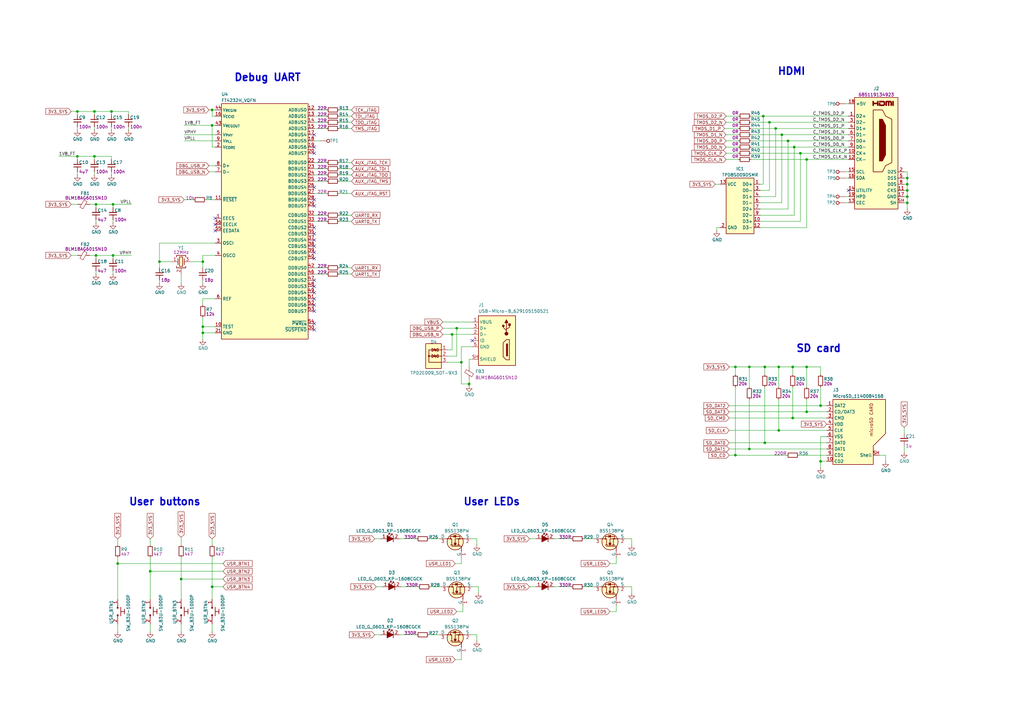
<source format=kicad_sch>
(kicad_sch (version 20211123) (generator eeschema)
  (paper "A3")
  (title_block (title "LPDDR4 Test Board") (date "2023-07-13") (rev "1.1.4"))
  (junction (at 86.995 45.085))
  (junction (at 313.055 47.625))
  (junction (at 86.995 240.665))
  (junction (at 61.595 234.315))
  (junction (at 330.835 168.91))
  (junction (at 301.625 186.69))
  (junction (at 307.34 150.495))
  (junction (at 74.295 237.49))
  (junction (at 372.11 73.025))
  (junction (at 328.295 62.865))
  (junction (at 187.325 134.62))
  (junction (at 336.55 166.37))
  (junction (at 330.835 65.405))
  (junction (at 319.405 176.53))
  (junction (at 45.72 45.72))
  (junction (at 65.405 107.315))
  (junction (at 83.185 107.315))
  (junction (at 46.355 104.775))
  (junction (at 48.26 231.14))
  (junction (at 83.185 136.525))
  (junction (at 318.135 52.705))
  (junction (at 39.37 83.82))
  (junction (at 372.11 83.185))
  (junction (at 307.34 184.15))
  (junction (at 320.675 55.245))
  (junction (at 336.55 189.23))
  (junction (at 301.625 150.495))
  (junction (at 313.69 150.495))
  (junction (at 83.185 133.985))
  (junction (at 46.355 83.82))
  (junction (at 325.12 171.45))
  (junction (at 315.595 50.165))
  (junction (at 325.755 60.325))
  (junction (at 330.835 150.495))
  (junction (at 39.37 104.775))
  (junction (at 189.23 148.59))
  (junction (at 38.735 64.135))
  (junction (at 31.75 64.135))
  (junction (at 372.11 78.105))
  (junction (at 325.12 150.495))
  (junction (at 372.11 75.565))
  (junction (at 38.735 45.72))
  (junction (at 86.995 51.435))
  (junction (at 372.11 80.645))
  (junction (at 313.69 181.61))
  (junction (at 185.42 137.16))
  (junction (at 323.215 57.785))
  (junction (at 319.405 150.495))
  (junction (at 192.405 157.48))
  (junction (at 31.75 45.72))
  (no_connect (at 128.905 114.935))
  (no_connect (at 128.905 84.455))
  (no_connect (at 128.905 55.245))
  (no_connect (at 128.905 103.505))
  (no_connect (at 128.905 106.045))
  (no_connect (at 128.905 93.345))
  (no_connect (at 128.905 95.885))
  (no_connect (at 128.905 98.425))
  (no_connect (at 128.905 100.965))
  (no_connect (at 128.905 76.835))
  (no_connect (at 347.98 78.105))
  (no_connect (at 128.905 125.095))
  (no_connect (at 128.905 122.555))
  (no_connect (at 128.905 81.915))
  (no_connect (at 128.905 127.635))
  (no_connect (at 88.265 89.535))
  (no_connect (at 88.265 92.075))
  (no_connect (at 128.905 60.325))
  (no_connect (at 128.905 117.475))
  (no_connect (at 128.905 62.865))
  (no_connect (at 88.265 94.615))
  (no_connect (at 128.905 135.255))
  (no_connect (at 128.905 120.015))
  (no_connect (at 128.905 132.715))
  (no_connect (at 193.675 139.7))
  (wire (pts (xy 38.735 71.755) (xy 38.735 70.485)))
  (wire (pts (xy 193.04 260.35) (xy 195.58 260.35)))
  (wire (pts (xy 139.065 79.375) (xy 144.145 79.375)))
  (wire (pts (xy 336.55 166.37) (xy 336.55 158.75)))
  (wire (pts (xy 86.995 220.98) (xy 86.995 223.52)))
  (wire (pts (xy 307.975 52.705) (xy 318.135 52.705)))
  (wire (pts (xy 85.725 45.085) (xy 86.995 45.085)))
  (wire (pts (xy 45.72 46.99) (xy 45.72 45.72)))
  (wire (pts (xy 323.215 57.785) (xy 323.215 85.725)))
  (wire (pts (xy 372.11 83.185) (xy 372.11 85.725)))
  (wire (pts (xy 323.215 57.785) (xy 347.98 57.785)))
  (wire (pts (xy 315.595 50.165) (xy 347.98 50.165)))
  (wire (pts (xy 319.405 150.495) (xy 325.12 150.495)))
  (wire (pts (xy 185.42 137.16) (xy 193.675 137.16)))
  (wire (pts (xy 187.325 134.62) (xy 193.675 134.62)))
  (wire (pts (xy 61.595 234.315) (xy 91.44 234.315)))
  (wire (pts (xy 154.305 240.665) (xy 156.845 240.665)))
  (wire (pts (xy 259.08 243.205) (xy 259.08 240.665)))
  (wire (pts (xy 313.055 47.625) (xy 313.055 75.565)))
  (wire (pts (xy 339.09 186.69) (xy 327.66 186.69)))
  (wire (pts (xy 311.785 90.805) (xy 328.295 90.805)))
  (wire (pts (xy 250.19 231.14) (xy 252.73 231.14)))
  (wire (pts (xy 346.71 42.545) (xy 347.98 42.545)))
  (wire (pts (xy 193.675 142.24) (xy 189.23 142.24)))
  (wire (pts (xy 144.145 90.805) (xy 139.065 90.805)))
  (wire (pts (xy 297.815 62.865) (xy 302.895 62.865)))
  (wire (pts (xy 311.785 80.645) (xy 318.135 80.645)))
  (wire (pts (xy 88.265 99.695) (xy 65.405 99.695)))
  (wire (pts (xy 299.085 186.69) (xy 301.625 186.69)))
  (wire (pts (xy 234.315 240.665) (xy 227.33 240.665)))
  (wire (pts (xy 313.69 153.67) (xy 313.69 150.495)))
  (wire (pts (xy 61.595 228.6) (xy 61.595 234.315)))
  (wire (pts (xy 46.355 104.775) (xy 53.975 104.775)))
  (wire (pts (xy 297.815 47.625) (xy 302.895 47.625)))
  (wire (pts (xy 48.26 255.905) (xy 48.26 259.08)))
  (wire (pts (xy 363.22 189.23) (xy 363.22 186.69)))
  (wire (pts (xy 347.98 70.485) (xy 346.71 70.485)))
  (wire (pts (xy 192.405 155.575) (xy 192.405 157.48)))
  (wire (pts (xy 38.735 53.34) (xy 38.735 52.07)))
  (wire (pts (xy 330.835 168.91) (xy 330.835 163.83)))
  (wire (pts (xy 325.12 150.495) (xy 330.835 150.495)))
  (wire (pts (xy 336.55 189.23) (xy 339.09 189.23)))
  (wire (pts (xy 330.835 158.75) (xy 330.835 150.495)))
  (wire (pts (xy 88.265 70.485) (xy 85.725 70.485)))
  (wire (pts (xy 36.83 83.82) (xy 39.37 83.82)))
  (wire (pts (xy 336.55 153.67) (xy 336.55 150.495)))
  (wire (pts (xy 83.185 114.935) (xy 83.185 116.205)))
  (wire (pts (xy 299.085 150.495) (xy 301.625 150.495)))
  (wire (pts (xy 52.705 45.72) (xy 52.705 46.99)))
  (wire (pts (xy 370.84 73.025) (xy 372.11 73.025)))
  (wire (pts (xy 311.785 83.185) (xy 320.675 83.185)))
  (wire (pts (xy 311.785 93.345) (xy 330.835 93.345)))
  (wire (pts (xy 370.84 182.88) (xy 370.84 185.42)))
  (wire (pts (xy 195.58 262.89) (xy 195.58 260.35)))
  (wire (pts (xy 307.975 60.325) (xy 325.755 60.325)))
  (wire (pts (xy 39.37 83.82) (xy 46.355 83.82)))
  (wire (pts (xy 39.37 111.125) (xy 39.37 112.395)))
  (wire (pts (xy 86.995 60.325) (xy 86.995 51.435)))
  (wire (pts (xy 83.185 122.555) (xy 83.185 125.095)))
  (wire (pts (xy 325.12 171.45) (xy 325.12 158.75)))
  (wire (pts (xy 180.34 260.35) (xy 175.895 260.35)))
  (wire (pts (xy 297.815 50.165) (xy 302.895 50.165)))
  (wire (pts (xy 189.23 157.48) (xy 192.405 157.48)))
  (wire (pts (xy 133.985 50.165) (xy 128.905 50.165)))
  (wire (pts (xy 74.295 255.905) (xy 74.295 259.08)))
  (wire (pts (xy 61.595 255.905) (xy 61.595 259.08)))
  (wire (pts (xy 31.75 53.34) (xy 31.75 52.07)))
  (wire (pts (xy 307.34 150.495) (xy 313.69 150.495)))
  (wire (pts (xy 83.185 107.315) (xy 83.185 109.855)))
  (wire (pts (xy 186.69 231.14) (xy 189.23 231.14)))
  (wire (pts (xy 38.735 64.135) (xy 38.735 65.405)))
  (wire (pts (xy 196.215 243.205) (xy 196.215 240.665)))
  (wire (pts (xy 61.595 220.98) (xy 61.595 223.52)))
  (wire (pts (xy 139.065 112.395) (xy 144.145 112.395)))
  (wire (pts (xy 339.09 176.53) (xy 319.405 176.53)))
  (wire (pts (xy 39.37 106.045) (xy 39.37 104.775)))
  (wire (pts (xy 370.84 80.645) (xy 372.11 80.645)))
  (wire (pts (xy 52.705 53.34) (xy 52.705 52.07)))
  (wire (pts (xy 193.04 220.98) (xy 195.58 220.98)))
  (wire (pts (xy 372.11 75.565) (xy 372.11 78.105)))
  (wire (pts (xy 36.83 104.775) (xy 39.37 104.775)))
  (wire (pts (xy 133.985 71.755) (xy 128.905 71.755)))
  (wire (pts (xy 38.735 45.72) (xy 45.72 45.72)))
  (wire (pts (xy 185.42 137.16) (xy 185.42 143.51)))
  (wire (pts (xy 128.905 57.785) (xy 131.445 57.785)))
  (wire (pts (xy 86.995 47.625) (xy 86.995 45.085)))
  (wire (pts (xy 297.815 60.325) (xy 302.895 60.325)))
  (wire (pts (xy 370.84 83.185) (xy 372.11 83.185)))
  (wire (pts (xy 372.11 80.645) (xy 372.11 83.185)))
  (wire (pts (xy 74.295 220.345) (xy 74.295 223.52)))
  (wire (pts (xy 88.265 47.625) (xy 86.995 47.625)))
  (wire (pts (xy 339.09 179.07) (xy 336.55 179.07)))
  (wire (pts (xy 336.55 189.23) (xy 336.55 191.77)))
  (wire (pts (xy 372.11 78.105) (xy 372.11 80.645)))
  (wire (pts (xy 139.065 69.215) (xy 144.145 69.215)))
  (wire (pts (xy 170.815 260.35) (xy 163.83 260.35)))
  (wire (pts (xy 86.995 255.905) (xy 86.995 259.08)))
  (wire (pts (xy 217.17 240.665) (xy 219.71 240.665)))
  (wire (pts (xy 330.835 65.405) (xy 330.835 93.345)))
  (wire (pts (xy 133.985 79.375) (xy 128.905 79.375)))
  (wire (pts (xy 170.815 220.98) (xy 163.83 220.98)))
  (wire (pts (xy 38.735 64.135) (xy 45.72 64.135)))
  (wire (pts (xy 328.295 90.805) (xy 328.295 62.865)))
  (wire (pts (xy 243.84 220.98) (xy 239.395 220.98)))
  (wire (pts (xy 83.185 136.525) (xy 83.185 139.065)))
  (wire (pts (xy 133.985 69.215) (xy 128.905 69.215)))
  (wire (pts (xy 48.26 220.98) (xy 48.26 223.52)))
  (wire (pts (xy 299.085 168.91) (xy 330.835 168.91)))
  (wire (pts (xy 311.785 78.105) (xy 315.595 78.105)))
  (wire (pts (xy 311.785 88.265) (xy 325.755 88.265)))
  (wire (pts (xy 74.295 116.205) (xy 74.295 112.395)))
  (wire (pts (xy 370.84 75.565) (xy 372.11 75.565)))
  (wire (pts (xy 189.23 267.97) (xy 189.23 270.51)))
  (wire (pts (xy 256.54 220.98) (xy 259.08 220.98)))
  (wire (pts (xy 189.23 148.59) (xy 189.23 157.48)))
  (wire (pts (xy 78.105 107.315) (xy 83.185 107.315)))
  (wire (pts (xy 339.09 181.61) (xy 313.69 181.61)))
  (wire (pts (xy 307.975 55.245) (xy 320.675 55.245)))
  (wire (pts (xy 83.185 133.985) (xy 88.265 133.985)))
  (wire (pts (xy 189.865 248.285) (xy 189.865 250.825)))
  (wire (pts (xy 181.61 137.16) (xy 185.42 137.16)))
  (wire (pts (xy 299.085 181.61) (xy 313.69 181.61)))
  (wire (pts (xy 370.84 175.26) (xy 370.84 177.8)))
  (wire (pts (xy 299.085 176.53) (xy 319.405 176.53)))
  (wire (pts (xy 61.595 234.315) (xy 61.595 245.745)))
  (wire (pts (xy 46.355 83.82) (xy 53.975 83.82)))
  (wire (pts (xy 153.67 220.98) (xy 156.21 220.98)))
  (wire (pts (xy 83.185 136.525) (xy 88.265 136.525)))
  (wire (pts (xy 243.84 240.665) (xy 239.395 240.665)))
  (wire (pts (xy 75.565 81.915) (xy 79.375 81.915)))
  (wire (pts (xy 46.355 83.82) (xy 46.355 85.09)))
  (wire (pts (xy 31.75 64.135) (xy 38.735 64.135)))
  (wire (pts (xy 29.21 83.82) (xy 31.75 83.82)))
  (wire (pts (xy 195.58 223.52) (xy 195.58 220.98)))
  (wire (pts (xy 189.23 228.6) (xy 189.23 231.14)))
  (wire (pts (xy 65.405 107.315) (xy 65.405 109.855)))
  (wire (pts (xy 346.71 73.025) (xy 347.98 73.025)))
  (wire (pts (xy 320.675 55.245) (xy 347.98 55.245)))
  (wire (pts (xy 252.73 248.285) (xy 252.73 250.825)))
  (wire (pts (xy 86.995 240.665) (xy 91.44 240.665)))
  (wire (pts (xy 192.405 147.32) (xy 192.405 150.495)))
  (wire (pts (xy 83.185 133.985) (xy 83.185 136.525)))
  (wire (pts (xy 307.975 57.785) (xy 323.215 57.785)))
  (wire (pts (xy 186.69 270.51) (xy 189.23 270.51)))
  (wire (pts (xy 31.75 65.405) (xy 31.75 64.135)))
  (wire (pts (xy 301.625 186.69) (xy 301.625 158.75)))
  (wire (pts (xy 297.815 65.405) (xy 302.895 65.405)))
  (wire (pts (xy 193.675 147.32) (xy 192.405 147.32)))
  (wire (pts (xy 139.065 45.085) (xy 144.145 45.085)))
  (wire (pts (xy 339.09 171.45) (xy 325.12 171.45)))
  (wire (pts (xy 46.355 106.045) (xy 46.355 104.775)))
  (wire (pts (xy 139.065 109.855) (xy 144.145 109.855)))
  (wire (pts (xy 31.75 46.99) (xy 31.75 45.72)))
  (wire (pts (xy 311.785 85.725) (xy 323.215 85.725)))
  (wire (pts (xy 86.995 240.665) (xy 86.995 245.745)))
  (wire (pts (xy 370.84 78.105) (xy 372.11 78.105)))
  (wire (pts (xy 320.675 55.245) (xy 320.675 83.185)))
  (wire (pts (xy 38.735 46.99) (xy 38.735 45.72)))
  (wire (pts (xy 313.69 150.495) (xy 319.405 150.495)))
  (wire (pts (xy 39.37 104.775) (xy 46.355 104.775)))
  (wire (pts (xy 86.995 228.6) (xy 86.995 240.665)))
  (wire (pts (xy 187.325 134.62) (xy 187.325 146.05)))
  (wire (pts (xy 330.835 65.405) (xy 347.98 65.405)))
  (wire (pts (xy 31.75 71.755) (xy 31.75 70.485)))
  (wire (pts (xy 46.355 111.125) (xy 46.355 112.395)))
  (wire (pts (xy 307.975 50.165) (xy 315.595 50.165)))
  (wire (pts (xy 133.985 66.675) (xy 128.905 66.675)))
  (wire (pts (xy 183.515 148.59) (xy 189.23 148.59)))
  (wire (pts (xy 250.19 250.825) (xy 252.73 250.825)))
  (wire (pts (xy 139.065 52.705) (xy 144.145 52.705)))
  (wire (pts (xy 187.325 250.825) (xy 189.865 250.825)))
  (wire (pts (xy 325.755 60.325) (xy 325.755 88.265)))
  (wire (pts (xy 128.905 90.805) (xy 133.985 90.805)))
  (wire (pts (xy 339.09 166.37) (xy 336.55 166.37)))
  (wire (pts (xy 46.355 90.17) (xy 46.355 91.44)))
  (wire (pts (xy 311.785 75.565) (xy 313.055 75.565)))
  (wire (pts (xy 313.055 47.625) (xy 347.98 47.625)))
  (wire (pts (xy 128.905 52.705) (xy 133.985 52.705)))
  (wire (pts (xy 31.75 45.72) (xy 38.735 45.72)))
  (wire (pts (xy 339.09 168.91) (xy 330.835 168.91)))
  (wire (pts (xy 139.065 66.675) (xy 144.145 66.675)))
  (wire (pts (xy 88.265 51.435) (xy 86.995 51.435)))
  (wire (pts (xy 307.975 65.405) (xy 330.835 65.405)))
  (wire (pts (xy 319.405 158.75) (xy 319.405 150.495)))
  (wire (pts (xy 181.61 134.62) (xy 187.325 134.62)))
  (wire (pts (xy 183.515 146.05) (xy 187.325 146.05)))
  (wire (pts (xy 307.975 47.625) (xy 313.055 47.625)))
  (wire (pts (xy 297.815 55.245) (xy 302.895 55.245)))
  (wire (pts (xy 370.84 70.485) (xy 372.11 70.485)))
  (wire (pts (xy 315.595 50.165) (xy 315.595 78.105)))
  (wire (pts (xy 307.975 62.865) (xy 328.295 62.865)))
  (wire (pts (xy 74.295 237.49) (xy 91.44 237.49)))
  (wire (pts (xy 192.405 157.48) (xy 192.405 158.115)))
  (wire (pts (xy 48.26 231.14) (xy 48.26 245.745)))
  (wire (pts (xy 31.75 64.135) (xy 24.13 64.135)))
  (wire (pts (xy 83.185 122.555) (xy 88.265 122.555)))
  (wire (pts (xy 318.135 52.705) (xy 318.135 80.645)))
  (wire (pts (xy 139.065 47.625) (xy 144.145 47.625)))
  (wire (pts (xy 75.565 55.245) (xy 88.265 55.245)))
  (wire (pts (xy 45.72 65.405) (xy 45.72 64.135)))
  (wire (pts (xy 193.675 132.08) (xy 181.61 132.08)))
  (wire (pts (xy 217.17 220.98) (xy 219.71 220.98)))
  (wire (pts (xy 86.995 45.085) (xy 88.265 45.085)))
  (wire (pts (xy 336.55 179.07) (xy 336.55 189.23)))
  (wire (pts (xy 133.985 45.085) (xy 128.905 45.085)))
  (wire (pts (xy 83.185 104.775) (xy 83.185 107.315)))
  (wire (pts (xy 319.405 176.53) (xy 319.405 163.83)))
  (wire (pts (xy 322.58 186.69) (xy 301.625 186.69)))
  (wire (pts (xy 307.34 184.15) (xy 307.34 163.83)))
  (wire (pts (xy 363.22 186.69) (xy 360.68 186.69)))
  (wire (pts (xy 313.69 181.61) (xy 313.69 158.75)))
  (wire (pts (xy 65.405 99.695) (xy 65.405 107.315)))
  (wire (pts (xy 128.905 47.625) (xy 133.985 47.625)))
  (wire (pts (xy 65.405 114.935) (xy 65.405 116.205)))
  (wire (pts (xy 301.625 150.495) (xy 301.625 153.67)))
  (wire (pts (xy 29.21 104.775) (xy 31.75 104.775)))
  (wire (pts (xy 325.12 153.67) (xy 325.12 150.495)))
  (wire (pts (xy 84.455 81.915) (xy 88.265 81.915)))
  (wire (pts (xy 139.065 71.755) (xy 144.145 71.755)))
  (wire (pts (xy 88.265 60.325) (xy 86.995 60.325)))
  (wire (pts (xy 183.515 143.51) (xy 185.42 143.51)))
  (wire (pts (xy 139.065 88.265) (xy 144.145 88.265)))
  (wire (pts (xy 139.065 50.165) (xy 144.145 50.165)))
  (wire (pts (xy 299.085 166.37) (xy 336.55 166.37)))
  (wire (pts (xy 347.98 80.645) (xy 346.71 80.645)))
  (wire (pts (xy 45.72 45.72) (xy 52.705 45.72)))
  (wire (pts (xy 39.37 85.09) (xy 39.37 83.82)))
  (wire (pts (xy 39.37 90.17) (xy 39.37 91.44)))
  (wire (pts (xy 83.185 130.175) (xy 83.185 133.985)))
  (wire (pts (xy 234.315 220.98) (xy 227.33 220.98)))
  (wire (pts (xy 347.98 83.185) (xy 346.71 83.185)))
  (wire (pts (xy 372.11 73.025) (xy 372.11 75.565)))
  (wire (pts (xy 372.11 70.485) (xy 372.11 73.025)))
  (wire (pts (xy 259.08 223.52) (xy 259.08 220.98)))
  (wire (pts (xy 294.005 93.345) (xy 294.005 94.615)))
  (wire (pts (xy 75.565 57.785) (xy 88.265 57.785)))
  (wire (pts (xy 307.34 158.75) (xy 307.34 150.495)))
  (wire (pts (xy 330.835 150.495) (xy 336.55 150.495)))
  (wire (pts (xy 299.085 184.15) (xy 307.34 184.15)))
  (wire (pts (xy 193.675 240.665) (xy 196.215 240.665)))
  (wire (pts (xy 171.45 240.665) (xy 164.465 240.665)))
  (wire (pts (xy 48.26 231.14) (xy 91.44 231.14)))
  (wire (pts (xy 70.485 107.315) (xy 65.405 107.315)))
  (wire (pts (xy 339.09 184.15) (xy 307.34 184.15)))
  (wire (pts (xy 45.72 71.755) (xy 45.72 70.485)))
  (wire (pts (xy 88.265 104.775) (xy 83.185 104.775)))
  (wire (pts (xy 139.065 74.295) (xy 144.145 74.295)))
  (wire (pts (xy 325.755 60.325) (xy 347.98 60.325)))
  (wire (pts (xy 295.275 93.345) (xy 294.005 93.345)))
  (wire (pts (xy 297.815 57.785) (xy 302.895 57.785)))
  (wire (pts (xy 88.265 67.945) (xy 85.725 67.945)))
  (wire (pts (xy 293.37 75.565) (xy 295.275 75.565)))
  (wire (pts (xy 153.67 260.35) (xy 156.21 260.35)))
  (wire (pts (xy 299.085 171.45) (xy 325.12 171.45)))
  (wire (pts (xy 180.975 240.665) (xy 176.53 240.665)))
  (wire (pts (xy 318.135 52.705) (xy 347.98 52.705)))
  (wire (pts (xy 180.34 220.98) (xy 175.895 220.98)))
  (wire (pts (xy 74.295 237.49) (xy 74.295 245.745)))
  (wire (pts (xy 301.625 150.495) (xy 307.34 150.495)))
  (wire (pts (xy 45.72 53.34) (xy 45.72 52.07)))
  (wire (pts (xy 128.905 109.855) (xy 133.985 109.855)))
  (wire (pts (xy 256.54 240.665) (xy 259.08 240.665)))
  (wire (pts (xy 133.985 74.295) (xy 128.905 74.295)))
  (wire (pts (xy 128.905 112.395) (xy 133.985 112.395)))
  (wire (pts (xy 48.26 228.6) (xy 48.26 231.14)))
  (wire (pts (xy 297.18 52.705) (xy 302.895 52.705)))
  (wire (pts (xy 31.75 45.72) (xy 29.21 45.72)))
  (wire (pts (xy 252.73 228.6) (xy 252.73 231.14)))
  (wire (pts (xy 74.295 228.6) (xy 74.295 237.49)))
  (wire (pts (xy 128.905 88.265) (xy 133.985 88.265)))
  (wire (pts (xy 189.23 142.24) (xy 189.23 148.59)))
  (wire (pts (xy 328.295 62.865) (xy 347.98 62.865)))
  (wire (pts (xy 86.995 51.435) (xy 75.565 51.435)))
  (text "Debug UART" (at 95.885 33.655 0) (effects (font (size 2.9972 2.9972) (thickness 0.5994) bold) (justify left bottom)))
  (text "SD card" (at 326.39 144.78 0) (effects (font (size 2.9972 2.9972) (thickness 0.5994) bold) (justify left bottom)))
  (text "User LEDs" (at 189.865 207.645 0) (effects (font (size 2.9972 2.9972) (thickness 0.5994) bold) (justify left bottom)))
  (text "HDMI" (at 318.77 31.115 0) (effects (font (size 2.9972 2.9972) (thickness 0.5994) bold) (justify left bottom)))
  (text "User buttons" (at 52.705 207.645 0) (effects (font (size 2.9972 2.9972) (thickness 0.5994) bold) (justify left bottom)))
  (label "1V8_FT" (at 24.13 64.135 0))
  (label "VPHY" (at 53.975 104.775 180))
  (label "C_TMDS_CLK_N" (at 333.375 65.405 0))
  (label "C_TMDS_D1_N" (at 333.375 55.245 0))
  (label "C_TMDS_D2_P" (at 333.375 47.625 0))
  (label "C_TMDS_CLK_P" (at 333.375 62.865 0))
  (label "C_TMDS_D2_N" (at 333.375 50.165 0))
  (label "C_TMDS_D0_N" (at 333.375 60.325 0))
  (label "C_TMDS_D1_P" (at 333.375 52.705 0))
  (label "1V8_FT" (at 75.565 51.435 0))
  (label "VPLL" (at 75.565 57.785 0))
  (label "VPLL" (at 53.975 83.82 180))
  (label "VPHY" (at 75.565 55.245 0))
  (label "C_TMDS_D0_P" (at 333.375 57.785 0))
  (global_label "SD_DAT1" (shape input) (at 299.085 184.15 180) (property "Intersheet References" "${INTERSHEET_REFS}" (effects hide)))
  (global_label "AUX_JTAG_TDI" (shape input) (at 144.145 69.215 0) (property "Intersheet References" "${INTERSHEET_REFS}" (effects hide)))
  (global_label "3V3_SYS" (shape input) (at 217.17 240.665 180) (property "Intersheet References" "${INTERSHEET_REFS}" (effects hide)))
  (global_label "TCK_JTAG" (shape input) (at 144.145 45.085 0) (property "Intersheet References" "${INTERSHEET_REFS}" (effects hide)))
  (global_label "USR_BTN3" (shape input) (at 91.44 237.49 0) (property "Intersheet References" "${INTERSHEET_REFS}" (effects hide)))
  (global_label "TMDS_D1_P" (shape input) (at 297.18 52.705 180) (property "Intersheet References" "${INTERSHEET_REFS}" (effects hide)))
  (global_label "AUX_JTAG_TDO" (shape input) (at 144.145 71.755 0) (property "Intersheet References" "${INTERSHEET_REFS}" (effects hide)))
  (global_label "UART0_RX" (shape input) (at 144.145 88.265 0) (property "Intersheet References" "${INTERSHEET_REFS}" (effects hide)))
  (global_label "SD_CD" (shape input) (at 299.085 186.69 180) (property "Intersheet References" "${INTERSHEET_REFS}" (effects hide)))
  (global_label "TMDS_D2_N" (shape input) (at 297.815 50.165 180) (property "Intersheet References" "${INTERSHEET_REFS}" (effects hide)))
  (global_label "UART0_TX" (shape input) (at 144.145 90.805 0) (property "Intersheet References" "${INTERSHEET_REFS}" (effects hide)))
  (global_label "SD_CLK" (shape input) (at 299.085 176.53 180) (property "Intersheet References" "${INTERSHEET_REFS}" (effects hide)))
  (global_label "3V3_SYS" (shape input) (at 153.67 220.98 180) (property "Intersheet References" "${INTERSHEET_REFS}" (effects hide)))
  (global_label "3V3_SYS" (shape input) (at 29.21 83.82 180) (property "Intersheet References" "${INTERSHEET_REFS}" (effects hide)))
  (global_label "USR_BTN1" (shape input) (at 91.44 231.14 0) (property "Intersheet References" "${INTERSHEET_REFS}" (effects hide)))
  (global_label "3V3_SYS" (shape input) (at 86.995 220.98 90) (property "Intersheet References" "${INTERSHEET_REFS}" (effects hide)))
  (global_label "USR_LED4" (shape input) (at 250.19 231.14 180) (property "Intersheet References" "${INTERSHEET_REFS}" (effects hide)))
  (global_label "3V3_SYS" (shape input) (at 29.21 104.775 180) (property "Intersheet References" "${INTERSHEET_REFS}" (effects hide)))
  (global_label "3V3_SYS" (shape input) (at 85.725 45.085 180) (property "Intersheet References" "${INTERSHEET_REFS}" (effects hide)))
  (global_label "TMDS_CLK_P" (shape input) (at 297.815 62.865 180) (property "Intersheet References" "${INTERSHEET_REFS}" (effects hide)))
  (global_label "TMDS_D0_P" (shape input) (at 297.815 57.785 180) (property "Intersheet References" "${INTERSHEET_REFS}" (effects hide)))
  (global_label "3V3_SYS" (shape input) (at 217.17 220.98 180) (property "Intersheet References" "${INTERSHEET_REFS}" (effects hide)))
  (global_label "TMS_JTAG" (shape input) (at 144.145 52.705 0) (property "Intersheet References" "${INTERSHEET_REFS}" (effects hide)))
  (global_label "AUX_JTAG_RST" (shape input) (at 144.145 79.375 0) (property "Intersheet References" "${INTERSHEET_REFS}" (effects hide)))
  (global_label "3V3_SYS" (shape input) (at 48.26 220.98 90) (property "Intersheet References" "${INTERSHEET_REFS}" (effects hide)))
  (global_label "USR_LED1" (shape input) (at 186.69 231.14 180) (property "Intersheet References" "${INTERSHEET_REFS}" (effects hide)))
  (global_label "TMDS_CLK_N" (shape input) (at 297.815 65.405 180) (property "Intersheet References" "${INTERSHEET_REFS}" (effects hide)))
  (global_label "DBG_USB_P" (shape input) (at 181.61 134.62 180) (property "Intersheet References" "${INTERSHEET_REFS}" (effects hide)))
  (global_label "TMDS_D1_N" (shape input) (at 297.815 55.245 180) (property "Intersheet References" "${INTERSHEET_REFS}" (effects hide)))
  (global_label "AUX_JTAG_TCK" (shape input) (at 144.145 66.675 0) (property "Intersheet References" "${INTERSHEET_REFS}" (effects hide)))
  (global_label "3V3_SYS" (shape input) (at 29.21 45.72 180) (property "Intersheet References" "${INTERSHEET_REFS}" (effects hide)))
  (global_label "3V3_SYS" (shape input) (at 153.67 260.35 180) (property "Intersheet References" "${INTERSHEET_REFS}" (effects hide)))
  (global_label "USR_BTN4" (shape input) (at 91.44 240.665 0) (property "Intersheet References" "${INTERSHEET_REFS}" (effects hide)))
  (global_label "USR_LED3" (shape input) (at 186.69 270.51 180) (property "Intersheet References" "${INTERSHEET_REFS}" (effects hide)))
  (global_label "TDO_JTAG" (shape input) (at 144.145 50.165 0) (property "Intersheet References" "${INTERSHEET_REFS}" (effects hide)))
  (global_label "3V3_SYS" (shape input) (at 299.085 150.495 180) (property "Intersheet References" "${INTERSHEET_REFS}" (effects hide)))
  (global_label "TDI_JTAG" (shape input) (at 144.145 47.625 0) (property "Intersheet References" "${INTERSHEET_REFS}" (effects hide)))
  (global_label "USR_LED5" (shape input) (at 250.19 250.825 180) (property "Intersheet References" "${INTERSHEET_REFS}" (effects hide)))
  (global_label "UART1_TX" (shape input) (at 144.145 112.395 0) (property "Intersheet References" "${INTERSHEET_REFS}" (effects hide)))
  (global_label "USR_LED2" (shape input) (at 187.325 250.825 180) (property "Intersheet References" "${INTERSHEET_REFS}" (effects hide)))
  (global_label "3V3_SYS" (shape input) (at 154.305 240.665 180) (property "Intersheet References" "${INTERSHEET_REFS}" (effects hide)))
  (global_label "SD_DAT0" (shape input) (at 299.085 181.61 180) (property "Intersheet References" "${INTERSHEET_REFS}" (effects hide)))
  (global_label "USR_BTN2" (shape input) (at 91.44 234.315 0) (property "Intersheet References" "${INTERSHEET_REFS}" (effects hide)))
  (global_label "3V3_SYS" (shape input) (at 293.37 75.565 180) (property "Intersheet References" "${INTERSHEET_REFS}" (effects hide)))
  (global_label "VBUS" (shape input) (at 181.61 132.08 180) (property "Intersheet References" "${INTERSHEET_REFS}" (effects hide)))
  (global_label "SD_DAT2" (shape input) (at 299.085 166.37 180) (property "Intersheet References" "${INTERSHEET_REFS}" (effects hide)))
  (global_label "3V3_SYS" (shape input) (at 61.595 220.98 90) (property "Intersheet References" "${INTERSHEET_REFS}" (effects hide)))
  (global_label "TMDS_D0_N" (shape input) (at 297.815 60.325 180) (property "Intersheet References" "${INTERSHEET_REFS}" (effects hide)))
  (global_label "3V3_SYS" (shape input) (at 75.565 81.915 180) (property "Intersheet References" "${INTERSHEET_REFS}" (effects hide)))
  (global_label "SD_CMD" (shape input) (at 299.085 171.45 180) (property "Intersheet References" "${INTERSHEET_REFS}" (effects hide)))
  (global_label "UART1_RX" (shape input) (at 144.145 109.855 0) (property "Intersheet References" "${INTERSHEET_REFS}" (effects hide)))
  (global_label "SD_DAT3" (shape input) (at 299.085 168.91 180) (property "Intersheet References" "${INTERSHEET_REFS}" (effects hide)))
  (global_label "DBG_USB_N" (shape input) (at 85.725 70.485 180) (property "Intersheet References" "${INTERSHEET_REFS}" (effects hide)))
  (global_label "3V3_SYS" (shape input) (at 339.09 173.99 180) (property "Intersheet References" "${INTERSHEET_REFS}" (effects hide)))
  (global_label "TMDS_D2_P" (shape input) (at 297.815 47.625 180) (property "Intersheet References" "${INTERSHEET_REFS}" (effects hide)))
  (global_label "DBG_USB_N" (shape input) (at 181.61 137.16 180) (property "Intersheet References" "${INTERSHEET_REFS}" (effects hide)))
  (global_label "AUX_JTAG_TMS" (shape input) (at 144.145 74.295 0) (property "Intersheet References" "${INTERSHEET_REFS}" (effects hide)))
  (global_label "3V3_SYS" (shape input) (at 74.295 220.345 90) (property "Intersheet References" "${INTERSHEET_REFS}" (effects hide)))
  (global_label "3V3_SYS" (shape input) (at 370.84 175.26 90) (property "Intersheet References" "${INTERSHEET_REFS}" (effects hide)))
  (global_label "DBG_USB_P" (shape input) (at 85.725 67.945 180) (property "Intersheet References" "${INTERSHEET_REFS}" (effects hide)))
  (symbol (lib_id "lpddr4-test-board:R_4k7_0402") (at 86.995 223.52 270) (unit 1)
    (property "Reference" "R12" (at 88.265 226.06 90) (effects (justify left bottom)))
    (property "Value" "R_4k7_0402" (effects hide))
    (property "Footprint" "lpddr4-test-board-footprints:R_0402_1005Metric" (effects hide))
    (property "Datasheet" "https://www.bourns.com/docs/product-datasheets/cr.pdf" (effects hide))
    (property "Manufacturer" "Bourns" (effects hide))
    (property "MPN" "CR0402-FX-4701GLF" (effects hide))
    (property "Val" "4k7" (at 88.265 227.965 90) (effects (justify left bottom)))
    (property "License" "Apache-2.0" (effects hide))
    (property "Author" "Antmicro" (effects hide))
    (property "Tolerance" "1%" (effects hide))
  )
  (symbol (lib_id "lpddr4-test-board:GND") (at 86.995 259.08 0) (unit 1)
    (property "Reference" "#PWR030" (effects hide))
    (property "Value" "GND" (at 85.09 263.525 0) (effects (justify left bottom)))
    (property "Author" "Antmicro" (effects hide))
    (property "License" "Apache-2.0" (effects hide))
  )
  (symbol (lib_id "lpddr4-test-board:SW_B3U-1000P") (at 86.995 245.745 270) (unit 1)
    (property "Reference" "USR_BTN4" (at 85.09 255.905 0) (effects (justify right top)))
    (property "Value" "SW_B3U-1000P" (at 92.075 259.08 0) (effects (justify right top)))
    (property "Footprint" "lpddr4-test-board-footprints:SW_B3U-3000P" (effects hide))
    (property "Datasheet" "https://omronfs.omron.com/en_US/ecb/products/pdf/en-b3u.pdf" (effects hide))
    (property "MPN" "B3U-1000P" (effects hide))
    (property "Manufacturer" "Omron Electronics" (effects hide))
    (property "Author" "Antmicro" (effects hide))
    (property "License" "Apache-2.0" (effects hide))
  )
  (symbol (lib_id "lpddr4-test-board:SW_B3U-1000P") (at 61.595 245.745 270) (unit 1)
    (property "Reference" "USR_BTN2" (at 59.69 255.905 0) (effects (justify right top)))
    (property "Value" "SW_B3U-1000P" (at 66.675 259.08 0) (effects (justify right top)))
    (property "Footprint" "lpddr4-test-board-footprints:SW_B3U-3000P" (effects hide))
    (property "Datasheet" "https://omronfs.omron.com/en_US/ecb/products/pdf/en-b3u.pdf" (effects hide))
    (property "MPN" "B3U-1000P" (effects hide))
    (property "Manufacturer" "Omron Electronics" (effects hide))
    (property "Author" "Antmicro" (effects hide))
    (property "License" "Apache-2.0" (effects hide))
  )
  (symbol (lib_id "lpddr4-test-board:GND") (at 61.595 259.08 0) (unit 1)
    (property "Reference" "#PWR028" (effects hide))
    (property "Value" "GND" (at 59.69 263.525 0) (effects (justify left bottom)))
    (property "Author" "Antmicro" (effects hide))
    (property "License" "Apache-2.0" (effects hide))
  )
  (symbol (lib_id "lpddr4-test-board:R_4k7_0402") (at 61.595 223.52 270) (unit 1)
    (property "Reference" "R10" (at 62.865 226.06 90) (effects (justify left bottom)))
    (property "Value" "R_4k7_0402" (effects hide))
    (property "Footprint" "lpddr4-test-board-footprints:R_0402_1005Metric" (effects hide))
    (property "Datasheet" "https://www.bourns.com/docs/product-datasheets/cr.pdf" (effects hide))
    (property "Manufacturer" "Bourns" (effects hide))
    (property "MPN" "CR0402-FX-4701GLF" (effects hide))
    (property "Val" "4k7" (at 62.865 227.965 90) (effects (justify left bottom)))
    (property "License" "Apache-2.0" (effects hide))
    (property "Author" "Antmicro" (effects hide))
    (property "Tolerance" "1%" (effects hide))
  )
  (symbol (lib_id "lpddr4-test-board:SW_B3U-1000P") (at 48.26 245.745 270) (unit 1)
    (property "Reference" "USR_BTN1" (at 46.355 255.905 0) (effects (justify right top)))
    (property "Value" "SW_B3U-1000P" (at 53.34 259.08 0) (effects (justify right top)))
    (property "Footprint" "lpddr4-test-board-footprints:SW_B3U-3000P" (effects hide))
    (property "Datasheet" "https://omronfs.omron.com/en_US/ecb/products/pdf/en-b3u.pdf" (effects hide))
    (property "MPN" "B3U-1000P" (effects hide))
    (property "Manufacturer" "Omron Electronics" (effects hide))
    (property "Author" "Antmicro" (effects hide))
    (property "License" "Apache-2.0" (effects hide))
  )
  (symbol (lib_id "lpddr4-test-board:GND") (at 48.26 259.08 0) (unit 1)
    (property "Reference" "#PWR026" (effects hide))
    (property "Value" "GND" (at 46.355 263.525 0) (effects (justify left bottom)))
    (property "Author" "Antmicro" (effects hide))
    (property "License" "Apache-2.0" (effects hide))
  )
  (symbol (lib_id "lpddr4-test-board:R_4k7_0402") (at 48.26 223.52 270) (unit 1)
    (property "Reference" "R9" (at 49.53 226.06 90) (effects (justify left bottom)))
    (property "Value" "R_4k7_0402" (effects hide))
    (property "Footprint" "lpddr4-test-board-footprints:R_0402_1005Metric" (effects hide))
    (property "Datasheet" "https://www.bourns.com/docs/product-datasheets/cr.pdf" (effects hide))
    (property "Manufacturer" "Bourns" (effects hide))
    (property "MPN" "CR0402-FX-4701GLF" (effects hide))
    (property "Val" "4k7" (at 49.53 227.965 90) (effects (justify left bottom)))
    (property "License" "Apache-2.0" (effects hide))
    (property "Author" "Antmicro" (effects hide))
    (property "Tolerance" "1%" (effects hide))
  )
  (symbol (lib_id "lpddr4-test-board:R_22R_0402") (at 133.985 66.675 0) (unit 1)
    (property "Reference" "R17" (at 139.065 66.675 0) (effects (justify left bottom)))
    (property "Value" "R_22R_0402" (effects hide))
    (property "Footprint" "lpddr4-test-board-footprints:R_0402_1005Metric" (effects hide))
    (property "Datasheet" "https://www.bourns.com/docs/product-datasheets/cr.pdf" (effects hide))
    (property "Manufacturer" "Bourns" (effects hide))
    (property "MPN" "CR0402-FX-22R0GLF" (effects hide))
    (property "Val" "22R" (at 130.175 66.675 0) (effects (justify left bottom)))
    (property "License" "Apache-2.0" (effects hide))
    (property "Author" "Antmicro" (effects hide))
    (property "Tolerance" "1%" (effects hide))
  )
  (symbol (lib_id "lpddr4-test-board:R_22R_0402") (at 133.985 69.215 0) (unit 1)
    (property "Reference" "R18" (at 139.065 69.215 0) (effects (justify left bottom)))
    (property "Value" "R_22R_0402" (effects hide))
    (property "Footprint" "lpddr4-test-board-footprints:R_0402_1005Metric" (effects hide))
    (property "Datasheet" "https://www.bourns.com/docs/product-datasheets/cr.pdf" (effects hide))
    (property "Manufacturer" "Bourns" (effects hide))
    (property "MPN" "CR0402-FX-22R0GLF" (effects hide))
    (property "Val" "22R" (at 130.175 69.215 0) (effects (justify left bottom)))
    (property "License" "Apache-2.0" (effects hide))
    (property "Author" "Antmicro" (effects hide))
    (property "Tolerance" "1%" (effects hide))
  )
  (symbol (lib_id "lpddr4-test-board:R_22R_0402") (at 133.985 71.755 0) (unit 1)
    (property "Reference" "R19" (at 139.065 71.755 0) (effects (justify left bottom)))
    (property "Value" "R_22R_0402" (effects hide))
    (property "Footprint" "lpddr4-test-board-footprints:R_0402_1005Metric" (effects hide))
    (property "Datasheet" "https://www.bourns.com/docs/product-datasheets/cr.pdf" (effects hide))
    (property "Manufacturer" "Bourns" (effects hide))
    (property "MPN" "CR0402-FX-22R0GLF" (effects hide))
    (property "Val" "22R" (at 130.175 71.755 0) (effects (justify left bottom)))
    (property "License" "Apache-2.0" (effects hide))
    (property "Author" "Antmicro" (effects hide))
    (property "Tolerance" "1%" (effects hide))
  )
  (symbol (lib_id "lpddr4-test-board:R_22R_0402") (at 133.985 74.295 0) (unit 1)
    (property "Reference" "R20" (at 139.065 74.295 0) (effects (justify left bottom)))
    (property "Value" "R_22R_0402" (effects hide))
    (property "Footprint" "lpddr4-test-board-footprints:R_0402_1005Metric" (effects hide))
    (property "Datasheet" "https://www.bourns.com/docs/product-datasheets/cr.pdf" (effects hide))
    (property "Manufacturer" "Bourns" (effects hide))
    (property "MPN" "CR0402-FX-22R0GLF" (effects hide))
    (property "Val" "22R" (at 130.175 74.295 0) (effects (justify left bottom)))
    (property "License" "Apache-2.0" (effects hide))
    (property "Author" "Antmicro" (effects hide))
    (property "Tolerance" "1%" (effects hide))
  )
  (symbol (lib_id "lpddr4-test-board:SW_B3U-1000P") (at 74.295 245.745 270) (unit 1)
    (property "Reference" "USR_BTN3" (at 72.39 255.905 0) (effects (justify right top)))
    (property "Value" "SW_B3U-1000P" (at 79.375 259.08 0) (effects (justify right top)))
    (property "Footprint" "lpddr4-test-board-footprints:SW_B3U-3000P" (effects hide))
    (property "Datasheet" "https://omronfs.omron.com/en_US/ecb/products/pdf/en-b3u.pdf" (effects hide))
    (property "MPN" "B3U-1000P" (effects hide))
    (property "Manufacturer" "Omron Electronics" (effects hide))
    (property "Author" "Antmicro" (effects hide))
    (property "License" "Apache-2.0" (effects hide))
  )
  (symbol (lib_id "lpddr4-test-board:GND") (at 74.295 259.08 0) (unit 1)
    (property "Reference" "#PWR029" (effects hide))
    (property "Value" "GND" (at 72.39 263.525 0) (effects (justify left bottom)))
    (property "Author" "Antmicro" (effects hide))
    (property "License" "Apache-2.0" (effects hide))
  )
  (symbol (lib_id "lpddr4-test-board:R_4k7_0402") (at 74.295 223.52 270) (unit 1)
    (property "Reference" "R11" (at 75.565 226.06 90) (effects (justify left bottom)))
    (property "Value" "R_4k7_0402" (effects hide))
    (property "Footprint" "lpddr4-test-board-footprints:R_0402_1005Metric" (effects hide))
    (property "Datasheet" "https://www.bourns.com/docs/product-datasheets/cr.pdf" (effects hide))
    (property "Manufacturer" "Bourns" (effects hide))
    (property "MPN" "CR0402-FX-4701GLF" (effects hide))
    (property "Val" "4k7" (at 75.565 227.965 90) (effects (justify left bottom)))
    (property "License" "Apache-2.0" (effects hide))
    (property "Author" "Antmicro" (effects hide))
    (property "Tolerance" "1%" (effects hide))
  )
  (symbol (lib_id "lpddr4-test-board:R_22R_0402") (at 133.985 88.265 0) (unit 1)
    (property "Reference" "R22" (at 139.065 88.265 0) (effects (justify left bottom)))
    (property "Value" "R_22R_0402" (effects hide))
    (property "Footprint" "lpddr4-test-board-footprints:R_0402_1005Metric" (effects hide))
    (property "Datasheet" "https://www.bourns.com/docs/product-datasheets/cr.pdf" (effects hide))
    (property "Manufacturer" "Bourns" (effects hide))
    (property "MPN" "CR0402-FX-22R0GLF" (effects hide))
    (property "Val" "22R" (at 130.175 88.265 0) (effects (justify left bottom)))
    (property "License" "Apache-2.0" (effects hide))
    (property "Author" "Antmicro" (effects hide))
    (property "Tolerance" "1%" (effects hide))
  )
  (symbol (lib_id "lpddr4-test-board:R_22R_0402") (at 133.985 112.395 0) (unit 1)
    (property "Reference" "R25" (at 139.065 112.395 0) (effects (justify left bottom)))
    (property "Value" "R_22R_0402" (effects hide))
    (property "Footprint" "lpddr4-test-board-footprints:R_0402_1005Metric" (effects hide))
    (property "Datasheet" "https://www.bourns.com/docs/product-datasheets/cr.pdf" (effects hide))
    (property "Manufacturer" "Bourns" (effects hide))
    (property "MPN" "CR0402-FX-22R0GLF" (effects hide))
    (property "Val" "22R" (at 130.175 112.395 0) (effects (justify left bottom)))
    (property "License" "Apache-2.0" (effects hide))
    (property "Author" "Antmicro" (effects hide))
    (property "Tolerance" "1%" (effects hide))
  )
  (symbol (lib_id "lpddr4-test-board:R_22R_0402") (at 133.985 90.805 0) (unit 1)
    (property "Reference" "R23" (at 139.065 90.805 0) (effects (justify left bottom)))
    (property "Value" "R_22R_0402" (effects hide))
    (property "Footprint" "lpddr4-test-board-footprints:R_0402_1005Metric" (effects hide))
    (property "Datasheet" "https://www.bourns.com/docs/product-datasheets/cr.pdf" (effects hide))
    (property "Manufacturer" "Bourns" (effects hide))
    (property "MPN" "CR0402-FX-22R0GLF" (effects hide))
    (property "Val" "22R" (at 130.175 90.805 0) (effects (justify left bottom)))
    (property "License" "Apache-2.0" (effects hide))
    (property "Author" "Antmicro" (effects hide))
    (property "Tolerance" "1%" (effects hide))
  )
  (symbol (lib_id "lpddr4-test-board:R_22R_0402") (at 133.985 109.855 0) (unit 1)
    (property "Reference" "R24" (at 139.065 109.855 0) (effects (justify left bottom)))
    (property "Value" "R_22R_0402" (effects hide))
    (property "Footprint" "lpddr4-test-board-footprints:R_0402_1005Metric" (effects hide))
    (property "Datasheet" "https://www.bourns.com/docs/product-datasheets/cr.pdf" (effects hide))
    (property "Manufacturer" "Bourns" (effects hide))
    (property "MPN" "CR0402-FX-22R0GLF" (effects hide))
    (property "Val" "22R" (at 130.175 109.855 0) (effects (justify left bottom)))
    (property "License" "Apache-2.0" (effects hide))
    (property "Author" "Antmicro" (effects hide))
    (property "Tolerance" "1%" (effects hide))
  )
  (symbol (lib_id "lpddr4-test-board:GND") (at 195.58 223.52 0) (unit 1)
    (property "Reference" "#PWR032" (effects hide))
    (property "Value" "GND" (at 193.675 227.965 0) (effects (justify left bottom)))
    (property "Author" "Antmicro" (effects hide))
    (property "License" "Apache-2.0" (effects hide))
  )
  (symbol (lib_id "lpddr4-test-board:R_330R_0402") (at 170.815 220.98 0) (unit 1)
    (property "Reference" "R26" (at 175.895 220.98 0) (effects (justify left bottom)))
    (property "Value" "R_330R_0402" (effects hide))
    (property "Footprint" "lpddr4-test-board-footprints:R_0402_1005Metric" (effects hide))
    (property "Datasheet" "https://www.bourns.com/docs/product-datasheets/cr.pdf" (effects hide))
    (property "Manufacturer" "Bourns" (effects hide))
    (property "MPN" "CR0402-FX-3300GLF" (effects hide))
    (property "Val" "330R" (at 165.735 220.98 0) (effects (justify left bottom)))
    (property "License" "Apache-2.0" (effects hide))
    (property "Author" "Antmicro" (effects hide))
    (property "Tolerance" "1%" (effects hide))
  )
  (symbol (lib_id "lpddr4-test-board:LED_G_0603_KP-1608CGCK") (at 156.21 220.98 0) (unit 1)
    (property "Reference" "D1" (at 158.75 215.9 0) (effects (justify left bottom)))
    (property "Value" "LED_G_0603_KP-1608CGCK" (at 146.05 218.44 0) (effects (justify left bottom)))
    (property "Footprint" "lpddr4-test-board-footprints:LED_0603_1608Metric_G" (effects hide))
    (property "Datasheet" "http://www.farnell.com/datasheets/2045956.pdf" (effects hide))
    (property "MPN" "KP-1608CGCK" (effects hide))
    (property "Manufacturer" "Kingbright" (effects hide))
    (property "Author" "Antmicro" (effects hide))
    (property "License" "Apache-2.0" (effects hide))
  )
  (symbol (lib_id "lpddr4-test-board:FB_600Z_0.5A_0603") (at 31.75 104.775 0) (unit 1)
    (property "Reference" "FB2" (at 33.02 100.965 0) (effects (justify left bottom)))
    (property "Value" "FB_600Z_0.5A_0603" (effects hide))
    (property "Footprint" "lpddr4-test-board-footprints:FB_0603_1608Metric" (effects hide))
    (property "Datasheet" "https://www.murata.com/en-us/products/productdata/8796738650142/ENFA0003.pdf" (effects hide))
    (property "MPN" "BLM18AG601SN1D" (at 26.67 102.87 0) (effects (justify left bottom)))
    (property "Manufacturer" "Murata" (effects hide))
    (property "Author" "Antmicro" (effects hide))
    (property "License" "Apache-2.0" (effects hide))
  )
  (symbol (lib_id "lpddr4-test-board:FB_600Z_0.5A_0603") (at 31.75 83.82 0) (unit 1)
    (property "Reference" "FB1" (at 33.02 80.01 0) (effects (justify left bottom)))
    (property "Value" "FB_600Z_0.5A_0603" (effects hide))
    (property "Footprint" "lpddr4-test-board-footprints:FB_0603_1608Metric" (effects hide))
    (property "Datasheet" "https://www.murata.com/en-us/products/productdata/8796738650142/ENFA0003.pdf" (effects hide))
    (property "MPN" "BLM18AG601SN1D" (at 26.67 81.915 0) (effects (justify left bottom)))
    (property "Manufacturer" "Murata" (effects hide))
    (property "Author" "Antmicro" (effects hide))
    (property "License" "Apache-2.0" (effects hide))
  )
  (symbol (lib_id "lpddr4-test-board:C_100n_6V3_0402") (at 46.355 111.125 90) (unit 1)
    (property "Reference" "C11" (at 46.99 107.95 90) (effects (justify right top)))
    (property "Value" "C_100n_6V3_0402" (effects hide))
    (property "Footprint" "lpddr4-test-board-footprints:C_0402_1005Metric" (effects hide))
    (property "Datasheet" " " (effects hide))
    (property "Manufacturer" "Walsin" (effects hide))
    (property "MPN" "0402X104K6R3CT" (effects hide))
    (property "Val" "100n" (at 46.99 111.76 90) (effects (justify right top)))
    (property "License" "Apache-2.0" (effects hide))
    (property "Author" "Antmicro" (effects hide))
  )
  (symbol (lib_id "lpddr4-test-board:C_4u7_0402") (at 39.37 111.125 90) (unit 1)
    (property "Reference" "C18" (at 40.005 107.95 90) (effects (justify right top)))
    (property "Value" "C_4u7_0402" (effects hide))
    (property "Footprint" "lpddr4-test-board-footprints:C_0402_1005Metric" (effects hide))
    (property "Datasheet" " " (effects hide))
    (property "Manufacturer" "Murata" (effects hide))
    (property "MPN" "GRM155R61A475MEAAD" (effects hide))
    (property "Val" "4u7" (at 40.005 111.76 90) (effects (justify right top)))
    (property "License" "Apache-2.0" (effects hide))
    (property "Author" "Antmicro" (effects hide))
  )
  (symbol (lib_id "lpddr4-test-board:C_100n_6V3_0402") (at 46.355 90.17 90) (unit 1)
    (property "Reference" "C8" (at 46.99 86.995 90) (effects (justify right top)))
    (property "Value" "C_100n_6V3_0402" (effects hide))
    (property "Footprint" "lpddr4-test-board-footprints:C_0402_1005Metric" (effects hide))
    (property "Datasheet" " " (effects hide))
    (property "Manufacturer" "Walsin" (effects hide))
    (property "MPN" "0402X104K6R3CT" (effects hide))
    (property "Val" "100n" (at 46.99 90.805 90) (effects (justify right top)))
    (property "License" "Apache-2.0" (effects hide))
    (property "Author" "Antmicro" (effects hide))
  )
  (symbol (lib_id "lpddr4-test-board:C_4u7_0402") (at 39.37 90.17 90) (unit 1)
    (property "Reference" "C14" (at 40.005 86.995 90) (effects (justify right top)))
    (property "Value" "C_4u7_0402" (effects hide))
    (property "Footprint" "lpddr4-test-board-footprints:C_0402_1005Metric" (effects hide))
    (property "Datasheet" " " (effects hide))
    (property "Manufacturer" "Murata" (effects hide))
    (property "MPN" "GRM155R61A475MEAAD" (effects hide))
    (property "Val" "4u7" (at 40.005 90.805 90) (effects (justify right top)))
    (property "License" "Apache-2.0" (effects hide))
    (property "Author" "Antmicro" (effects hide))
  )
  (symbol (lib_id "lpddr4-test-board:R_12k_0402") (at 83.185 125.095 270) (unit 1)
    (property "Reference" "R7" (at 84.455 127.635 90) (effects (justify left bottom)))
    (property "Value" "R_12k_0402" (effects hide))
    (property "Footprint" "lpddr4-test-board-footprints:R_0402_1005Metric" (effects hide))
    (property "Datasheet" "https://www.bourns.com/docs/product-datasheets/cr.pdf" (effects hide))
    (property "Manufacturer" "Bourns" (effects hide))
    (property "MPN" "CR0402-FX-1202GLF" (effects hide))
    (property "Val" "12k" (at 84.455 129.54 90) (effects (justify left bottom)))
    (property "License" "Apache-2.0" (effects hide))
    (property "Author" "Antmicro" (effects hide))
    (property "Tolerance" "1%" (effects hide))
  )
  (symbol (lib_id "lpddr4-test-board:R_10k_0402") (at 79.375 81.915 0) (unit 1)
    (property "Reference" "R8" (at 84.455 81.915 0) (effects (justify left bottom)))
    (property "Value" "R_10k_0402" (effects hide))
    (property "Footprint" "lpddr4-test-board-footprints:R_0402_1005Metric" (effects hide))
    (property "Datasheet" "https://www.bourns.com/docs/product-datasheets/cr.pdf" (effects hide))
    (property "Manufacturer" "Bourns" (effects hide))
    (property "MPN" "CR0402-FX-1002GLF" (effects hide))
    (property "Val" "10k" (at 76.2 81.915 0) (effects (justify left bottom)))
    (property "License" "Apache-2.0" (effects hide))
    (property "Author" "Antmicro" (effects hide))
    (property "Tolerance" "1%" (effects hide))
  )
  (symbol (lib_id "lpddr4-test-board:C_18p_0402") (at 65.405 114.935 90) (unit 1)
    (property "Reference" "C16" (at 66.04 111.76 90) (effects (justify right top)))
    (property "Value" "C_18p_0402" (effects hide))
    (property "Footprint" "lpddr4-test-board-footprints:C_0402_1005Metric" (effects hide))
    (property "Datasheet" " " (effects hide))
    (property "Manufacturer" "Multicomp" (effects hide))
    (property "MPN" "MC0402N180J500CT" (effects hide))
    (property "Val" "18p" (at 66.04 115.57 90) (effects (justify right top)))
    (property "License" "Apache-2.0" (effects hide))
    (property "Author" "Antmicro" (effects hide))
  )
  (symbol (lib_id "lpddr4-test-board:C_18p_0402") (at 83.185 114.935 90) (unit 1)
    (property "Reference" "C20" (at 83.82 111.76 90) (effects (justify right top)))
    (property "Value" "C_18p_0402" (effects hide))
    (property "Footprint" "lpddr4-test-board-footprints:C_0402_1005Metric" (effects hide))
    (property "Datasheet" " " (effects hide))
    (property "Manufacturer" "Multicomp" (effects hide))
    (property "MPN" "MC0402N180J500CT" (effects hide))
    (property "Val" "18p" (at 83.82 115.57 90) (effects (justify right top)))
    (property "License" "Apache-2.0" (effects hide))
    (property "Author" "Antmicro" (effects hide))
  )
  (symbol (lib_id "lpddr4-test-board:C_100n_6V3_0402") (at 31.75 46.99 270) (unit 1)
    (property "Reference" "C9" (at 32.385 48.895 90) (effects (justify left bottom)))
    (property "Value" "C_100n_6V3_0402" (effects hide))
    (property "Footprint" "lpddr4-test-board-footprints:C_0402_1005Metric" (effects hide))
    (property "Datasheet" " " (effects hide))
    (property "Manufacturer" "Walsin" (effects hide))
    (property "MPN" "0402X104K6R3CT" (effects hide))
    (property "Val" "100n" (at 32.385 52.705 90) (effects (justify left bottom)))
    (property "License" "Apache-2.0" (effects hide))
    (property "Author" "Antmicro" (effects hide))
  )
  (symbol (lib_id "lpddr4-test-board:C_100n_6V3_0402") (at 38.735 46.99 270) (unit 1)
    (property "Reference" "C12" (at 39.37 48.895 90) (effects (justify left bottom)))
    (property "Value" "C_100n_6V3_0402" (effects hide))
    (property "Footprint" "lpddr4-test-board-footprints:C_0402_1005Metric" (effects hide))
    (property "Datasheet" " " (effects hide))
    (property "Manufacturer" "Walsin" (effects hide))
    (property "MPN" "0402X104K6R3CT" (effects hide))
    (property "Val" "100n" (at 39.37 52.705 90) (effects (justify left bottom)))
    (property "License" "Apache-2.0" (effects hide))
    (property "Author" "Antmicro" (effects hide))
  )
  (symbol (lib_id "lpddr4-test-board:C_100n_6V3_0402") (at 45.72 46.99 270) (unit 1)
    (property "Reference" "C15" (at 46.355 48.895 90) (effects (justify left bottom)))
    (property "Value" "C_100n_6V3_0402" (effects hide))
    (property "Footprint" "lpddr4-test-board-footprints:C_0402_1005Metric" (effects hide))
    (property "Datasheet" " " (effects hide))
    (property "Manufacturer" "Walsin" (effects hide))
    (property "MPN" "0402X104K6R3CT" (effects hide))
    (property "Val" "100n" (at 46.355 52.705 90) (effects (justify left bottom)))
    (property "License" "Apache-2.0" (effects hide))
    (property "Author" "Antmicro" (effects hide))
  )
  (symbol (lib_id "lpddr4-test-board:C_100n_6V3_0402") (at 52.705 46.99 270) (unit 1)
    (property "Reference" "C19" (at 53.34 48.895 90) (effects (justify left bottom)))
    (property "Value" "C_100n_6V3_0402" (effects hide))
    (property "Footprint" "lpddr4-test-board-footprints:C_0402_1005Metric" (effects hide))
    (property "Datasheet" " " (effects hide))
    (property "Manufacturer" "Walsin" (effects hide))
    (property "MPN" "0402X104K6R3CT" (effects hide))
    (property "Val" "100n" (at 53.34 52.705 90) (effects (justify left bottom)))
    (property "License" "Apache-2.0" (effects hide))
    (property "Author" "Antmicro" (effects hide))
  )
  (symbol (lib_id "lpddr4-test-board:GND") (at 31.75 53.34 0) (unit 1)
    (property "Reference" "#PWR013" (effects hide))
    (property "Value" "GND" (at 29.845 57.785 0) (effects (justify left bottom)))
    (property "Author" "Antmicro" (effects hide))
    (property "License" "Apache-2.0" (effects hide))
  )
  (symbol (lib_id "lpddr4-test-board:GND") (at 38.735 53.34 0) (unit 1)
    (property "Reference" "#PWR015" (effects hide))
    (property "Value" "GND" (at 36.83 57.785 0) (effects (justify left bottom)))
    (property "Author" "Antmicro" (effects hide))
    (property "License" "Apache-2.0" (effects hide))
  )
  (symbol (lib_id "lpddr4-test-board:GND") (at 45.72 53.34 0) (unit 1)
    (property "Reference" "#PWR017" (effects hide))
    (property "Value" "GND" (at 43.815 57.785 0) (effects (justify left bottom)))
    (property "Author" "Antmicro" (effects hide))
    (property "License" "Apache-2.0" (effects hide))
  )
  (symbol (lib_id "lpddr4-test-board:GND") (at 52.705 53.34 0) (unit 1)
    (property "Reference" "#PWR020" (effects hide))
    (property "Value" "GND" (at 50.8 57.785 0) (effects (justify left bottom)))
    (property "Author" "Antmicro" (effects hide))
    (property "License" "Apache-2.0" (effects hide))
  )
  (symbol (lib_id "lpddr4-test-board:C_100n_6V3_0402") (at 38.735 70.485 90) (unit 1)
    (property "Reference" "C13" (at 39.37 67.31 90) (effects (justify right top)))
    (property "Value" "C_100n_6V3_0402" (effects hide))
    (property "Footprint" "lpddr4-test-board-footprints:C_0402_1005Metric" (effects hide))
    (property "Datasheet" " " (effects hide))
    (property "Manufacturer" "Walsin" (effects hide))
    (property "MPN" "0402X104K6R3CT" (effects hide))
    (property "Val" "100n" (at 39.37 71.12 90) (effects (justify right top)))
    (property "License" "Apache-2.0" (effects hide))
    (property "Author" "Antmicro" (effects hide))
  )
  (symbol (lib_id "lpddr4-test-board:C_100n_6V3_0402") (at 45.72 70.485 90) (unit 1)
    (property "Reference" "C17" (at 46.355 67.31 90) (effects (justify right top)))
    (property "Value" "C_100n_6V3_0402" (effects hide))
    (property "Footprint" "lpddr4-test-board-footprints:C_0402_1005Metric" (effects hide))
    (property "Datasheet" " " (effects hide))
    (property "Manufacturer" "Walsin" (effects hide))
    (property "MPN" "0402X104K6R3CT" (effects hide))
    (property "Val" "100n" (at 46.355 71.12 90) (effects (justify right top)))
    (property "License" "Apache-2.0" (effects hide))
    (property "Author" "Antmicro" (effects hide))
  )
  (symbol (lib_id "lpddr4-test-board:GND") (at 38.735 71.755 0) (unit 1)
    (property "Reference" "#PWR016" (effects hide))
    (property "Value" "GND" (at 36.83 76.2 0) (effects (justify left bottom)))
    (property "Author" "Antmicro" (effects hide))
    (property "License" "Apache-2.0" (effects hide))
  )
  (symbol (lib_id "lpddr4-test-board:GND") (at 45.72 71.755 0) (unit 1)
    (property "Reference" "#PWR019" (effects hide))
    (property "Value" "GND" (at 43.815 76.2 0) (effects (justify left bottom)))
    (property "Author" "Antmicro" (effects hide))
    (property "License" "Apache-2.0" (effects hide))
  )
  (symbol (lib_id "lpddr4-test-board:C_4u7_0402") (at 31.75 70.485 90) (unit 1)
    (property "Reference" "C10" (at 32.385 67.31 90) (effects (justify right top)))
    (property "Value" "C_4u7_0402" (effects hide))
    (property "Footprint" "lpddr4-test-board-footprints:C_0402_1005Metric" (effects hide))
    (property "Datasheet" " " (effects hide))
    (property "Manufacturer" "Murata" (effects hide))
    (property "MPN" "GRM155R61A475MEAAD" (effects hide))
    (property "Val" "4u7" (at 32.385 71.12 90) (effects (justify right top)))
    (property "License" "Apache-2.0" (effects hide))
    (property "Author" "Antmicro" (effects hide))
  )
  (symbol (lib_id "lpddr4-test-board:GND") (at 31.75 71.755 0) (unit 1)
    (property "Reference" "#PWR014" (effects hide))
    (property "Value" "GND" (at 29.845 76.2 0) (effects (justify left bottom)))
    (property "Author" "Antmicro" (effects hide))
    (property "License" "Apache-2.0" (effects hide))
  )
  (symbol (lib_id "lpddr4-test-board:R_330R_0402") (at 171.45 240.665 0) (unit 1)
    (property "Reference" "R28" (at 176.53 240.665 0) (effects (justify left bottom)))
    (property "Value" "R_330R_0402" (effects hide))
    (property "Footprint" "lpddr4-test-board-footprints:R_0402_1005Metric" (effects hide))
    (property "Datasheet" "https://www.bourns.com/docs/product-datasheets/cr.pdf" (effects hide))
    (property "Manufacturer" "Bourns" (effects hide))
    (property "MPN" "CR0402-FX-3300GLF" (effects hide))
    (property "Val" "330R" (at 166.37 240.665 0) (effects (justify left bottom)))
    (property "License" "Apache-2.0" (effects hide))
    (property "Author" "Antmicro" (effects hide))
    (property "Tolerance" "1%" (effects hide))
  )
  (symbol (lib_id "lpddr4-test-board:LED_G_0603_KP-1608CGCK") (at 156.845 240.665 0) (unit 1)
    (property "Reference" "D3" (at 159.385 235.585 0) (effects (justify left bottom)))
    (property "Value" "LED_G_0603_KP-1608CGCK" (at 146.685 238.125 0) (effects (justify left bottom)))
    (property "Footprint" "lpddr4-test-board-footprints:LED_0603_1608Metric_G" (effects hide))
    (property "Datasheet" "http://www.farnell.com/datasheets/2045956.pdf" (effects hide))
    (property "MPN" "KP-1608CGCK" (effects hide))
    (property "Manufacturer" "Kingbright" (effects hide))
    (property "Author" "Antmicro" (effects hide))
    (property "License" "Apache-2.0" (effects hide))
  )
  (symbol (lib_id "lpddr4-test-board:FB_600Z_0.5A_0603") (at 192.405 155.575 90) (unit 1)
    (property "Reference" "FB3" (at 194.945 153.035 90) (effects (justify right top)))
    (property "Value" "FB_600Z_0.5A_0603" (effects hide))
    (property "Footprint" "lpddr4-test-board-footprints:FB_0603_1608Metric" (effects hide))
    (property "Datasheet" "https://www.murata.com/en-us/products/productdata/8796738650142/ENFA0003.pdf" (effects hide))
    (property "MPN" "BLM18AG601SN1D" (at 194.945 155.575 90) (effects (justify right top)))
    (property "Manufacturer" "Murata" (effects hide))
    (property "Author" "Antmicro" (effects hide))
    (property "License" "Apache-2.0" (effects hide))
  )
  (symbol (lib_id "lpddr4-test-board:R_330R_0402") (at 234.315 220.98 0) (unit 1)
    (property "Reference" "R29" (at 239.395 220.98 0) (effects (justify left bottom)))
    (property "Value" "R_330R_0402" (effects hide))
    (property "Footprint" "lpddr4-test-board-footprints:R_0402_1005Metric" (effects hide))
    (property "Datasheet" "https://www.bourns.com/docs/product-datasheets/cr.pdf" (effects hide))
    (property "Manufacturer" "Bourns" (effects hide))
    (property "MPN" "CR0402-FX-3300GLF" (effects hide))
    (property "Val" "330R" (at 229.235 220.98 0) (effects (justify left bottom)))
    (property "License" "Apache-2.0" (effects hide))
    (property "Author" "Antmicro" (effects hide))
    (property "Tolerance" "1%" (effects hide))
  )
  (symbol (lib_id "lpddr4-test-board:LED_G_0603_KP-1608CGCK") (at 219.71 220.98 0) (unit 1)
    (property "Reference" "D5" (at 222.25 215.9 0) (effects (justify left bottom)))
    (property "Value" "LED_G_0603_KP-1608CGCK" (at 209.55 218.44 0) (effects (justify left bottom)))
    (property "Footprint" "lpddr4-test-board-footprints:LED_0603_1608Metric_G" (effects hide))
    (property "Datasheet" "http://www.farnell.com/datasheets/2045956.pdf" (effects hide))
    (property "MPN" "KP-1608CGCK" (effects hide))
    (property "Manufacturer" "Kingbright" (effects hide))
    (property "Author" "Antmicro" (effects hide))
    (property "License" "Apache-2.0" (effects hide))
  )
  (symbol (lib_id "lpddr4-test-board:TPD2E009_SOT-9X3") (at 183.515 143.51 0) (mirror y) (unit 1)
    (property "Reference" "D4" (at 176.53 140.97 0) (effects (justify right bottom)))
    (property "Value" "TPD2E009_SOT-9X3" (at 168.275 153.67 0) (effects (justify right bottom)))
    (property "Footprint" "lpddr4-test-board-footprints:SOT-723" (effects hide))
    (property "Datasheet" "https://www.ti.com/lit/ds/symlink/tpd2e009.pdf?ts=1597910439511&ref_url=https%253A%252F%252Fwww.google.com%252F" (effects hide))
    (property "MPN" "TPD2E009DRTR" (effects hide))
    (property "Manufacturer" "Texas Instruments" (effects hide))
    (property "Author" "Antmicro" (effects hide))
    (property "License" "Apache-2.0" (effects hide))
  )
  (symbol (lib_id "lpddr4-test-board:R_330R_0402") (at 234.315 240.665 0) (unit 1)
    (property "Reference" "R30" (at 239.395 240.665 0) (effects (justify left bottom)))
    (property "Value" "R_330R_0402" (effects hide))
    (property "Footprint" "lpddr4-test-board-footprints:R_0402_1005Metric" (effects hide))
    (property "Datasheet" "https://www.bourns.com/docs/product-datasheets/cr.pdf" (effects hide))
    (property "Manufacturer" "Bourns" (effects hide))
    (property "MPN" "CR0402-FX-3300GLF" (effects hide))
    (property "Val" "330R" (at 229.235 240.665 0) (effects (justify left bottom)))
    (property "License" "Apache-2.0" (effects hide))
    (property "Author" "Antmicro" (effects hide))
    (property "Tolerance" "1%" (effects hide))
  )
  (symbol (lib_id "lpddr4-test-board:LED_G_0603_KP-1608CGCK") (at 219.71 240.665 0) (unit 1)
    (property "Reference" "D6" (at 222.25 235.585 0) (effects (justify left bottom)))
    (property "Value" "LED_G_0603_KP-1608CGCK" (at 209.55 238.125 0) (effects (justify left bottom)))
    (property "Footprint" "lpddr4-test-board-footprints:LED_0603_1608Metric_G" (effects hide))
    (property "Datasheet" "http://www.farnell.com/datasheets/2045956.pdf" (effects hide))
    (property "MPN" "KP-1608CGCK" (effects hide))
    (property "Manufacturer" "Kingbright" (effects hide))
    (property "Author" "Antmicro" (effects hide))
    (property "License" "Apache-2.0" (effects hide))
  )
  (symbol (lib_id "lpddr4-test-board:R_330R_0402") (at 170.815 260.35 0) (unit 1)
    (property "Reference" "R27" (at 175.895 260.35 0) (effects (justify left bottom)))
    (property "Value" "R_330R_0402" (effects hide))
    (property "Footprint" "lpddr4-test-board-footprints:R_0402_1005Metric" (effects hide))
    (property "Datasheet" "https://www.bourns.com/docs/product-datasheets/cr.pdf" (effects hide))
    (property "Manufacturer" "Bourns" (effects hide))
    (property "MPN" "CR0402-FX-3300GLF" (effects hide))
    (property "Val" "330R" (at 165.735 260.35 0) (effects (justify left bottom)))
    (property "License" "Apache-2.0" (effects hide))
    (property "Author" "Antmicro" (effects hide))
    (property "Tolerance" "1%" (effects hide))
  )
  (symbol (lib_id "lpddr4-test-board:LED_G_0603_KP-1608CGCK") (at 156.21 260.35 0) (unit 1)
    (property "Reference" "D2" (at 158.75 255.27 0) (effects (justify left bottom)))
    (property "Value" "LED_G_0603_KP-1608CGCK" (at 146.05 257.81 0) (effects (justify left bottom)))
    (property "Footprint" "lpddr4-test-board-footprints:LED_0603_1608Metric_G" (effects hide))
    (property "Datasheet" "http://www.farnell.com/datasheets/2045956.pdf" (effects hide))
    (property "MPN" "KP-1608CGCK" (effects hide))
    (property "Manufacturer" "Kingbright" (effects hide))
    (property "Author" "Antmicro" (effects hide))
    (property "License" "Apache-2.0" (effects hide))
  )
  (symbol (lib_id "lpddr4-test-board:R_22R_0402") (at 133.985 79.375 0) (unit 1)
    (property "Reference" "R21" (at 139.065 79.375 0) (effects (justify left bottom)))
    (property "Value" "R_22R_0402" (effects hide))
    (property "Footprint" "lpddr4-test-board-footprints:R_0402_1005Metric" (effects hide))
    (property "Datasheet" "https://www.bourns.com/docs/product-datasheets/cr.pdf" (effects hide))
    (property "Manufacturer" "Bourns" (effects hide))
    (property "MPN" "CR0402-FX-22R0GLF" (effects hide))
    (property "Val" "22R" (at 130.175 79.375 0) (effects (justify left bottom)))
    (property "License" "Apache-2.0" (effects hide))
    (property "Author" "Antmicro" (effects hide))
    (property "Tolerance" "1%" (effects hide))
  )
  (symbol (lib_id "lpddr4-test-board:R_22R_0402") (at 133.985 45.085 0) (unit 1)
    (property "Reference" "R13" (at 139.065 45.085 0) (effects (justify left bottom)))
    (property "Value" "R_22R_0402" (effects hide))
    (property "Footprint" "lpddr4-test-board-footprints:R_0402_1005Metric" (effects hide))
    (property "Datasheet" "https://www.bourns.com/docs/product-datasheets/cr.pdf" (effects hide))
    (property "Manufacturer" "Bourns" (effects hide))
    (property "MPN" "CR0402-FX-22R0GLF" (effects hide))
    (property "Val" "22R" (at 130.175 45.085 0) (effects (justify left bottom)))
    (property "License" "Apache-2.0" (effects hide))
    (property "Author" "Antmicro" (effects hide))
    (property "Tolerance" "1%" (effects hide))
  )
  (symbol (lib_id "lpddr4-test-board:R_22R_0402") (at 133.985 47.625 0) (unit 1)
    (property "Reference" "R14" (at 139.065 47.625 0) (effects (justify left bottom)))
    (property "Value" "R_22R_0402" (effects hide))
    (property "Footprint" "lpddr4-test-board-footprints:R_0402_1005Metric" (effects hide))
    (property "Datasheet" "https://www.bourns.com/docs/product-datasheets/cr.pdf" (effects hide))
    (property "Manufacturer" "Bourns" (effects hide))
    (property "MPN" "CR0402-FX-22R0GLF" (effects hide))
    (property "Val" "22R" (at 130.175 47.625 0) (effects (justify left bottom)))
    (property "License" "Apache-2.0" (effects hide))
    (property "Author" "Antmicro" (effects hide))
    (property "Tolerance" "1%" (effects hide))
  )
  (symbol (lib_id "lpddr4-test-board:R_22R_0402") (at 133.985 50.165 0) (unit 1)
    (property "Reference" "R15" (at 139.065 50.165 0) (effects (justify left bottom)))
    (property "Value" "R_22R_0402" (effects hide))
    (property "Footprint" "lpddr4-test-board-footprints:R_0402_1005Metric" (effects hide))
    (property "Datasheet" "https://www.bourns.com/docs/product-datasheets/cr.pdf" (effects hide))
    (property "Manufacturer" "Bourns" (effects hide))
    (property "MPN" "CR0402-FX-22R0GLF" (effects hide))
    (property "Val" "22R" (at 130.175 50.165 0) (effects (justify left bottom)))
    (property "License" "Apache-2.0" (effects hide))
    (property "Author" "Antmicro" (effects hide))
    (property "Tolerance" "1%" (effects hide))
  )
  (symbol (lib_id "lpddr4-test-board:R_22R_0402") (at 133.985 52.705 0) (unit 1)
    (property "Reference" "R16" (at 139.065 52.705 0) (effects (justify left bottom)))
    (property "Value" "R_22R_0402" (effects hide))
    (property "Footprint" "lpddr4-test-board-footprints:R_0402_1005Metric" (effects hide))
    (property "Datasheet" "https://www.bourns.com/docs/product-datasheets/cr.pdf" (effects hide))
    (property "Manufacturer" "Bourns" (effects hide))
    (property "MPN" "CR0402-FX-22R0GLF" (effects hide))
    (property "Val" "22R" (at 130.175 52.705 0) (effects (justify left bottom)))
    (property "License" "Apache-2.0" (effects hide))
    (property "Author" "Antmicro" (effects hide))
    (property "Tolerance" "1%" (effects hide))
  )
  (symbol (lib_id "lpddr4-test-board:TP_1mm_SMD") (at 346.71 83.185 180) (unit 1)
    (property "Reference" "TP2" (at 339.09 83.82 0) (effects (justify right top)))
    (property "Value" "TP_1mm_SMD" (effects hide))
    (property "Footprint" "lpddr4-test-board-footprints:Testpoint_smd_1mm" (effects hide))
    (property "Author" "Antmicro" (effects hide))
    (property "License" "Apache-2.0" (effects hide))
  )
  (symbol (lib_id "lpddr4-test-board:TP_1mm_SMD") (at 346.71 70.485 180) (unit 1)
    (property "Reference" "TP3" (at 339.09 71.12 0) (effects (justify right top)))
    (property "Value" "TP_1mm_SMD" (effects hide))
    (property "Footprint" "lpddr4-test-board-footprints:Testpoint_smd_1mm" (effects hide))
    (property "Author" "Antmicro" (effects hide))
    (property "License" "Apache-2.0" (effects hide))
  )
  (symbol (lib_id "lpddr4-test-board:TP_1mm_SMD") (at 346.71 80.645 180) (unit 1)
    (property "Reference" "TP4" (at 339.09 81.28 0) (effects (justify right top)))
    (property "Value" "TP_1mm_SMD" (effects hide))
    (property "Footprint" "lpddr4-test-board-footprints:Testpoint_smd_1mm" (effects hide))
    (property "Author" "Antmicro" (effects hide))
    (property "License" "Apache-2.0" (effects hide))
  )
  (symbol (lib_id "lpddr4-test-board:TP_1mm_SMD") (at 346.71 73.025 180) (unit 1)
    (property "Reference" "TP5" (at 342.9 72.39 0) (effects (justify left bottom)))
    (property "Value" "TP_1mm_SMD" (effects hide))
    (property "Footprint" "lpddr4-test-board-footprints:Testpoint_smd_1mm" (effects hide))
    (property "Author" "Antmicro" (effects hide))
    (property "License" "Apache-2.0" (effects hide))
  )
  (symbol (lib_id "lpddr4-test-board:TP_1mm_SMD") (at 346.71 42.545 180) (unit 1)
    (property "Reference" "TP6" (at 342.9 41.91 0) (effects (justify left bottom)))
    (property "Value" "TP_1mm_SMD" (effects hide))
    (property "Footprint" "lpddr4-test-board-footprints:Testpoint_smd_1mm" (effects hide))
    (property "Author" "Antmicro" (effects hide))
    (property "License" "Apache-2.0" (effects hide))
  )
  (symbol (lib_id "lpddr4-test-board:TPD8S009DSMR") (at 311.785 75.565 0) (mirror y) (unit 1)
    (property "Reference" "IC1" (at 303.53 69.215 0))
    (property "Value" "TPD8S009DSMR" (at 303.53 71.755 0))
    (property "Footprint" "lpddr4-test-board-footprints:R-PDSO-N15" (effects hide))
    (property "Datasheet" "https://www.ti.com/lit/ds/symlink/tpd8s009.pdf?ts=1679406571326&ref_url=https%253A%252F%252Fwww.ti.com%252Fproduct%252FTPD8S009%252Fpart-details%252FTPD8S009DSMR" (effects hide))
    (property "MPN" "TPD8S009DSMR" (effects hide))
    (property "Manufacturer" "Texas Instruments" (effects hide))
    (property "Author" "Antmicro" (effects hide))
    (property "License" "Apache-2.0" (effects hide))
  )
  (symbol (lib_id "lpddr4-test-board:R_0R_0402") (at 302.895 65.405 0) (mirror x) (unit 1)
    (property "Reference" "R39" (at 309.88 64.135 0))
    (property "Value" "R_0R_0402" (effects hide))
    (property "Footprint" "lpddr4-test-board-footprints:R_0402_1005Metric" (effects hide))
    (property "Datasheet" "https://industrial.panasonic.com/cdbs/www-data/pdf/RDA0000/AOA0000C301.pdf" (effects hide))
    (property "Manufacturer" "Panasonic" (effects hide))
    (property "MPN" "ERJ2GE0R00X" (effects hide))
    (property "Val" "0R" (at 301.625 64.135 0))
    (property "License" "Apache-2.0" (effects hide))
    (property "Author" "Antmicro" (effects hide))
    (property "Current" "1A" (effects hide))
  )
  (symbol (lib_id "lpddr4-test-board:R_0R_0402") (at 302.895 62.865 0) (mirror x) (unit 1)
    (property "Reference" "R40" (at 309.88 61.595 0))
    (property "Value" "R_0R_0402" (effects hide))
    (property "Footprint" "lpddr4-test-board-footprints:R_0402_1005Metric" (effects hide))
    (property "Datasheet" "https://industrial.panasonic.com/cdbs/www-data/pdf/RDA0000/AOA0000C301.pdf" (effects hide))
    (property "Manufacturer" "Panasonic" (effects hide))
    (property "MPN" "ERJ2GE0R00X" (effects hide))
    (property "Val" "0R" (at 301.625 61.595 0))
    (property "License" "Apache-2.0" (effects hide))
    (property "Author" "Antmicro" (effects hide))
    (property "Current" "1A" (effects hide))
  )
  (symbol (lib_id "lpddr4-test-board:R_0R_0402") (at 302.895 60.325 0) (mirror x) (unit 1)
    (property "Reference" "R41" (at 309.88 59.055 0))
    (property "Value" "R_0R_0402" (effects hide))
    (property "Footprint" "lpddr4-test-board-footprints:R_0402_1005Metric" (effects hide))
    (property "Datasheet" "https://industrial.panasonic.com/cdbs/www-data/pdf/RDA0000/AOA0000C301.pdf" (effects hide))
    (property "Manufacturer" "Panasonic" (effects hide))
    (property "MPN" "ERJ2GE0R00X" (effects hide))
    (property "Val" "0R" (at 301.625 59.055 0))
    (property "License" "Apache-2.0" (effects hide))
    (property "Author" "Antmicro" (effects hide))
    (property "Current" "1A" (effects hide))
  )
  (symbol (lib_id "lpddr4-test-board:R_0R_0402") (at 302.895 57.785 0) (mirror x) (unit 1)
    (property "Reference" "R42" (at 309.88 56.515 0))
    (property "Value" "R_0R_0402" (effects hide))
    (property "Footprint" "lpddr4-test-board-footprints:R_0402_1005Metric" (effects hide))
    (property "Datasheet" "https://industrial.panasonic.com/cdbs/www-data/pdf/RDA0000/AOA0000C301.pdf" (effects hide))
    (property "Manufacturer" "Panasonic" (effects hide))
    (property "MPN" "ERJ2GE0R00X" (effects hide))
    (property "Val" "0R" (at 301.625 56.515 0))
    (property "License" "Apache-2.0" (effects hide))
    (property "Author" "Antmicro" (effects hide))
    (property "Current" "1A" (effects hide))
  )
  (symbol (lib_id "lpddr4-test-board:R_0R_0402") (at 302.895 55.245 0) (mirror x) (unit 1)
    (property "Reference" "R43" (at 309.88 53.975 0))
    (property "Value" "R_0R_0402" (effects hide))
    (property "Footprint" "lpddr4-test-board-footprints:R_0402_1005Metric" (effects hide))
    (property "Datasheet" "https://industrial.panasonic.com/cdbs/www-data/pdf/RDA0000/AOA0000C301.pdf" (effects hide))
    (property "Manufacturer" "Panasonic" (effects hide))
    (property "MPN" "ERJ2GE0R00X" (effects hide))
    (property "Val" "0R" (at 301.625 53.975 0))
    (property "License" "Apache-2.0" (effects hide))
    (property "Author" "Antmicro" (effects hide))
    (property "Current" "1A" (effects hide))
  )
  (symbol (lib_id "lpddr4-test-board:R_0R_0402") (at 302.895 52.705 0) (mirror x) (unit 1)
    (property "Reference" "R44" (at 309.88 51.435 0))
    (property "Value" "R_0R_0402" (effects hide))
    (property "Footprint" "lpddr4-test-board-footprints:R_0402_1005Metric" (effects hide))
    (property "Datasheet" "https://industrial.panasonic.com/cdbs/www-data/pdf/RDA0000/AOA0000C301.pdf" (effects hide))
    (property "Manufacturer" "Panasonic" (effects hide))
    (property "MPN" "ERJ2GE0R00X" (effects hide))
    (property "Val" "0R" (at 301.625 51.435 0))
    (property "License" "Apache-2.0" (effects hide))
    (property "Author" "Antmicro" (effects hide))
    (property "Current" "1A" (effects hide))
  )
  (symbol (lib_id "lpddr4-test-board:R_0R_0402") (at 302.895 50.165 0) (mirror x) (unit 1)
    (property "Reference" "R45" (at 309.88 48.895 0))
    (property "Value" "R_0R_0402" (effects hide))
    (property "Footprint" "lpddr4-test-board-footprints:R_0402_1005Metric" (effects hide))
    (property "Datasheet" "https://industrial.panasonic.com/cdbs/www-data/pdf/RDA0000/AOA0000C301.pdf" (effects hide))
    (property "Manufacturer" "Panasonic" (effects hide))
    (property "MPN" "ERJ2GE0R00X" (effects hide))
    (property "Val" "0R" (at 301.625 48.895 0))
    (property "License" "Apache-2.0" (effects hide))
    (property "Author" "Antmicro" (effects hide))
    (property "Current" "1A" (effects hide))
  )
  (symbol (lib_id "lpddr4-test-board:R_0R_0402") (at 302.895 47.625 0) (mirror x) (unit 1)
    (property "Reference" "R46" (at 309.88 46.355 0))
    (property "Value" "R_0R_0402" (effects hide))
    (property "Footprint" "lpddr4-test-board-footprints:R_0402_1005Metric" (effects hide))
    (property "Datasheet" "https://industrial.panasonic.com/cdbs/www-data/pdf/RDA0000/AOA0000C301.pdf" (effects hide))
    (property "Manufacturer" "Panasonic" (effects hide))
    (property "MPN" "ERJ2GE0R00X" (effects hide))
    (property "Val" "0R" (at 301.625 46.355 0))
    (property "License" "Apache-2.0" (effects hide))
    (property "Author" "Antmicro" (effects hide))
    (property "Current" "1A" (effects hide))
  )
  (symbol (lib_id "lpddr4-test-board:MicroSD_1140084168") (at 339.09 166.37 0) (unit 1)
    (property "Reference" "J3" (at 341.63 160.655 0) (effects (justify left bottom)))
    (property "Value" "MicroSD_1140084168" (at 341.63 163.195 0) (effects (justify left bottom)))
    (property "Footprint" "lpddr4-test-board-footprints:MicroSD_Amphenol_1140084168" (effects hide))
    (property "Datasheet" "https://cdn.amphenol-cs.com/media/wysiwyg/files/documentation/datasheet/inputoutput/io_micro_sdcard.pdf" (effects hide))
    (property "MPN" "1140084168" (effects hide))
    (property "Manufacturer" "Amphenol" (effects hide))
    (property "Author" "Antmicro" (effects hide))
    (property "License" "Apache-2.0" (effects hide))
  )
  (symbol (lib_id "lpddr4-test-board:R_20k_0402") (at 336.55 153.67 270) (unit 1)
    (property "Reference" "R38" (at 337.82 156.21 90) (effects (justify left bottom)))
    (property "Value" "R_20k_0402" (effects hide))
    (property "Footprint" "lpddr4-test-board-footprints:R_0402_1005Metric" (effects hide))
    (property "Datasheet" "https://www.bourns.com/docs/product-datasheets/cr.pdf" (effects hide))
    (property "Manufacturer" "Bourns" (effects hide))
    (property "MPN" "CR0402-FX-2002GLF" (effects hide))
    (property "Val" "20k" (at 337.82 158.115 90) (effects (justify left bottom)))
    (property "License" "Apache-2.0" (effects hide))
    (property "Author" "Antmicro" (effects hide))
    (property "Tolerance" "1%" (effects hide))
  )
  (symbol (lib_id "lpddr4-test-board:R_20k_0402") (at 330.835 158.75 270) (unit 1)
    (property "Reference" "R37" (at 332.105 161.29 90) (effects (justify left bottom)))
    (property "Value" "R_20k_0402" (effects hide))
    (property "Footprint" "lpddr4-test-board-footprints:R_0402_1005Metric" (effects hide))
    (property "Datasheet" "https://www.bourns.com/docs/product-datasheets/cr.pdf" (effects hide))
    (property "Manufacturer" "Bourns" (effects hide))
    (property "MPN" "CR0402-FX-2002GLF" (effects hide))
    (property "Val" "20k" (at 332.105 163.195 90) (effects (justify left bottom)))
    (property "License" "Apache-2.0" (effects hide))
    (property "Author" "Antmicro" (effects hide))
    (property "Tolerance" "1%" (effects hide))
  )
  (symbol (lib_id "lpddr4-test-board:R_20k_0402") (at 325.12 153.67 270) (unit 1)
    (property "Reference" "R35" (at 326.39 156.21 90) (effects (justify left bottom)))
    (property "Value" "R_20k_0402" (effects hide))
    (property "Footprint" "lpddr4-test-board-footprints:R_0402_1005Metric" (effects hide))
    (property "Datasheet" "https://www.bourns.com/docs/product-datasheets/cr.pdf" (effects hide))
    (property "Manufacturer" "Bourns" (effects hide))
    (property "MPN" "CR0402-FX-2002GLF" (effects hide))
    (property "Val" "20k" (at 326.39 158.115 90) (effects (justify left bottom)))
    (property "License" "Apache-2.0" (effects hide))
    (property "Author" "Antmicro" (effects hide))
    (property "Tolerance" "1%" (effects hide))
  )
  (symbol (lib_id "lpddr4-test-board:R_20k_0402") (at 319.405 158.75 270) (unit 1)
    (property "Reference" "R34" (at 320.675 161.29 90) (effects (justify left bottom)))
    (property "Value" "R_20k_0402" (effects hide))
    (property "Footprint" "lpddr4-test-board-footprints:R_0402_1005Metric" (effects hide))
    (property "Datasheet" "https://www.bourns.com/docs/product-datasheets/cr.pdf" (effects hide))
    (property "Manufacturer" "Bourns" (effects hide))
    (property "MPN" "CR0402-FX-2002GLF" (effects hide))
    (property "Val" "20k" (at 320.675 163.195 90) (effects (justify left bottom)))
    (property "License" "Apache-2.0" (effects hide))
    (property "Author" "Antmicro" (effects hide))
    (property "Tolerance" "1%" (effects hide))
  )
  (symbol (lib_id "lpddr4-test-board:R_20k_0402") (at 313.69 153.67 270) (unit 1)
    (property "Reference" "R33" (at 314.96 156.21 90) (effects (justify left bottom)))
    (property "Value" "R_20k_0402" (effects hide))
    (property "Footprint" "lpddr4-test-board-footprints:R_0402_1005Metric" (effects hide))
    (property "Datasheet" "https://www.bourns.com/docs/product-datasheets/cr.pdf" (effects hide))
    (property "Manufacturer" "Bourns" (effects hide))
    (property "MPN" "CR0402-FX-2002GLF" (effects hide))
    (property "Val" "20k" (at 314.96 158.115 90) (effects (justify left bottom)))
    (property "License" "Apache-2.0" (effects hide))
    (property "Author" "Antmicro" (effects hide))
    (property "Tolerance" "1%" (effects hide))
  )
  (symbol (lib_id "lpddr4-test-board:R_20k_0402") (at 307.34 158.75 270) (unit 1)
    (property "Reference" "R32" (at 308.61 161.29 90) (effects (justify left bottom)))
    (property "Value" "R_20k_0402" (effects hide))
    (property "Footprint" "lpddr4-test-board-footprints:R_0402_1005Metric" (effects hide))
    (property "Datasheet" "https://www.bourns.com/docs/product-datasheets/cr.pdf" (effects hide))
    (property "Manufacturer" "Bourns" (effects hide))
    (property "MPN" "CR0402-FX-2002GLF" (effects hide))
    (property "Val" "20k" (at 308.61 163.195 90) (effects (justify left bottom)))
    (property "License" "Apache-2.0" (effects hide))
    (property "Author" "Antmicro" (effects hide))
    (property "Tolerance" "1%" (effects hide))
  )
  (symbol (lib_id "lpddr4-test-board:R_20k_0402") (at 301.625 153.67 270) (unit 1)
    (property "Reference" "R31" (at 302.895 156.21 90) (effects (justify left bottom)))
    (property "Value" "R_20k_0402" (effects hide))
    (property "Footprint" "lpddr4-test-board-footprints:R_0402_1005Metric" (effects hide))
    (property "Datasheet" "https://www.bourns.com/docs/product-datasheets/cr.pdf" (effects hide))
    (property "Manufacturer" "Bourns" (effects hide))
    (property "MPN" "CR0402-FX-2002GLF" (effects hide))
    (property "Val" "20k" (at 302.895 158.115 90) (effects (justify left bottom)))
    (property "License" "Apache-2.0" (effects hide))
    (property "Author" "Antmicro" (effects hide))
    (property "Tolerance" "1%" (effects hide))
  )
  (symbol (lib_id "lpddr4-test-board:R_220R_0402") (at 322.58 186.69 0) (unit 1)
    (property "Reference" "R36" (at 327.66 186.69 0) (effects (justify left bottom)))
    (property "Value" "R_220R_0402" (effects hide))
    (property "Footprint" "lpddr4-test-board-footprints:R_0402_1005Metric" (effects hide))
    (property "Datasheet" "https://www.bourns.com/docs/product-datasheets/cr.pdf" (effects hide))
    (property "Manufacturer" "Bourns" (effects hide))
    (property "MPN" "CR0402-FX-2200GLF" (effects hide))
    (property "Val" "220R" (at 317.5 186.69 0) (effects (justify left bottom)))
    (property "License" "Apache-2.0" (effects hide))
    (property "Author" "Antmicro" (effects hide))
    (property "Tolerance" "1%" (effects hide))
  )
  (symbol (lib_id "lpddr4-test-board:GND") (at 336.55 191.77 0) (unit 1)
    (property "Reference" "#PWR042" (effects hide))
    (property "Value" "GND" (at 334.645 196.215 0) (effects (justify left bottom)))
    (property "Author" "Antmicro" (effects hide))
    (property "License" "Apache-2.0" (effects hide))
  )
  (symbol (lib_id "lpddr4-test-board:BSS138PW") (at 189.23 228.6 90) (unit 1)
    (property "Reference" "Q1" (at 185.42 215.9 90) (effects (justify right top)))
    (property "Value" "BSS138PW" (at 182.245 218.44 90) (effects (justify right top)))
    (property "Footprint" "lpddr4-test-board-footprints:SC70-3" (effects hide))
    (property "Datasheet" "https://assets.nexperia.com/documents/data-sheet/BSS138PW.pdf" (effects hide))
    (property "MPN" "BSS138PW" (effects hide))
    (property "Manufacturer" "Nexperia" (effects hide))
    (property "Author" "Antmicro" (effects hide))
    (property "License" "Apache-2.0" (effects hide))
  )
  (symbol (lib_id "lpddr4-test-board:BSS138PW") (at 189.865 248.285 90) (unit 1)
    (property "Reference" "Q3" (at 186.055 235.585 90) (effects (justify right top)))
    (property "Value" "BSS138PW" (at 182.88 238.125 90) (effects (justify right top)))
    (property "Footprint" "lpddr4-test-board-footprints:SC70-3" (effects hide))
    (property "Datasheet" "https://assets.nexperia.com/documents/data-sheet/BSS138PW.pdf" (effects hide))
    (property "MPN" "BSS138PW" (effects hide))
    (property "Manufacturer" "Nexperia" (effects hide))
    (property "Author" "Antmicro" (effects hide))
    (property "License" "Apache-2.0" (effects hide))
  )
  (symbol (lib_id "lpddr4-test-board:BSS138PW") (at 252.73 228.6 90) (unit 1)
    (property "Reference" "Q4" (at 248.92 215.9 90) (effects (justify right top)))
    (property "Value" "BSS138PW" (at 245.745 218.44 90) (effects (justify right top)))
    (property "Footprint" "lpddr4-test-board-footprints:SC70-3" (effects hide))
    (property "Datasheet" "https://assets.nexperia.com/documents/data-sheet/BSS138PW.pdf" (effects hide))
    (property "MPN" "BSS138PW" (effects hide))
    (property "Manufacturer" "Nexperia" (effects hide))
    (property "Author" "Antmicro" (effects hide))
    (property "License" "Apache-2.0" (effects hide))
  )
  (symbol (lib_id "lpddr4-test-board:BSS138PW") (at 252.73 248.285 90) (unit 1)
    (property "Reference" "Q5" (at 248.92 235.585 90) (effects (justify right top)))
    (property "Value" "BSS138PW" (at 245.745 238.125 90) (effects (justify right top)))
    (property "Footprint" "lpddr4-test-board-footprints:SC70-3" (effects hide))
    (property "Datasheet" "https://assets.nexperia.com/documents/data-sheet/BSS138PW.pdf" (effects hide))
    (property "MPN" "BSS138PW" (effects hide))
    (property "Manufacturer" "Nexperia" (effects hide))
    (property "Author" "Antmicro" (effects hide))
    (property "License" "Apache-2.0" (effects hide))
  )
  (symbol (lib_id "lpddr4-test-board:BSS138PW") (at 189.23 267.97 90) (unit 1)
    (property "Reference" "Q2" (at 185.42 255.27 90) (effects (justify right top)))
    (property "Value" "BSS138PW" (at 182.245 257.81 90) (effects (justify right top)))
    (property "Footprint" "lpddr4-test-board-footprints:SC70-3" (effects hide))
    (property "Datasheet" "https://assets.nexperia.com/documents/data-sheet/BSS138PW.pdf" (effects hide))
    (property "MPN" "BSS138PW" (effects hide))
    (property "Manufacturer" "Nexperia" (effects hide))
    (property "Author" "Antmicro" (effects hide))
    (property "License" "Apache-2.0" (effects hide))
  )
  (symbol (lib_id "lpddr4-test-board:C_1u_0603") (at 370.84 182.88 90) (unit 1)
    (property "Reference" "C21" (at 371.475 179.705 90) (effects (justify right top)))
    (property "Value" "C_1u_0603" (effects hide))
    (property "Footprint" "lpddr4-test-board-footprints:C_0603_1608Metric" (effects hide))
    (property "Datasheet" " " (effects hide))
    (property "Manufacturer" "Walsin" (effects hide))
    (property "MPN" "0603YD105KAT2A" (effects hide))
    (property "Val" "1u" (at 371.475 183.515 90) (effects (justify right top)))
    (property "License" "Apache-2.0" (effects hide))
    (property "Author" "Antmicro" (effects hide))
  )
  (symbol (lib_id "lpddr4-test-board:Oscillator_SMD_12MHz_KX-7") (at 70.485 107.315 0) (unit 1)
    (property "Reference" "Y1" (at 74.295 101.6 0))
    (property "Value" "Oscillator_SMD_12MHz_KX-7" (effects hide))
    (property "Footprint" "lpddr4-test-board-footprints:Oscillator_SMD_Geyer_KX-7-4Pin_3.2x2.5mm" (effects hide))
    (property "MPN" "ABM8G-12.000MHZ-18-D2Y-T " (effects hide))
    (property "Manufacturer" "Abracon" (effects hide))
    (property "Val" "12MHz" (at 74.295 103.505 0))
    (property "Author" "Antmicro" (effects hide))
    (property "License" "Apache-2.0" (effects hide))
  )
  (symbol (lib_id "antmicroUSBDVIHDMIConnectors:HDMI-A_685119134923") (at 347.98 42.545 0) (unit 1)
    (property "Reference" "J2" (at 359.41 36.32 0))
    (property "Value" "HDMI-A_685119134923" (effects hide))
    (property "Footprint" "antmicro-footprints:HDMI-A_Wurth_685119134923" (effects hide))
    (property "Datasheet" "https://www.we-online.com/components/products/datasheet/685119134923.pdf" (effects hide))
    (property "MPN" "685119134923" (at 359.41 38.8437 0))
    (property "Manufacturer" "Wurth Electronic" (effects hide))
    (property "Author" "Antmicro" (effects hide))
    (property "License" "Apache-2.0" (effects hide))
  )
  (symbol (lib_id "lpddr4-test-board:GND") (at 83.185 139.065 0) (unit 1)
    (property "Reference" "#PWR0123" (effects hide))
    (property "Value" "GND" (at 81.28 143.51 0) (effects (justify left bottom)))
    (property "Author" "Antmicro" (effects hide))
    (property "License" "Apache-2.0" (effects hide))
  )
  (symbol (lib_id "lpddr4-test-board:GND") (at 83.185 116.205 0) (unit 1)
    (property "Reference" "#PWR0109" (effects hide))
    (property "Value" "GND" (at 81.28 120.65 0) (effects (justify left bottom)))
    (property "Author" "Antmicro" (effects hide))
    (property "License" "Apache-2.0" (effects hide))
  )
  (symbol (lib_id "lpddr4-test-board:GND") (at 46.355 91.44 0) (unit 1)
    (property "Reference" "#PWR0113" (effects hide))
    (property "Value" "GND" (at 44.45 95.885 0) (effects (justify left bottom)))
    (property "Author" "Antmicro" (effects hide))
    (property "License" "Apache-2.0" (effects hide))
  )
  (symbol (lib_id "lpddr4-test-board:FT4232H_VQFN") (at 88.265 45.085 0) (unit 1)
    (property "Reference" "U4" (at 90.805 39.37 0) (effects (justify left bottom)))
    (property "Value" "FT4232H_VQFN" (at 90.805 41.91 0) (effects (justify left bottom)))
    (property "Footprint" "lpddr4-test-board-footprints:QFN-56-1EP_8x8mm_P0.5mm" (effects hide))
    (property "Datasheet" "https://www.ftdichip.com/Support/Documents/DataSheets/ICs/DS_FT4232H.pdf" (effects hide))
    (property "Manufacturer" "FTDI" (effects hide))
    (property "MPN" "FT4232H-56Q-REEL" (effects hide))
    (property "Author" "Antmicro" (effects hide))
    (property "License" "Apache-2.0" (effects hide))
  )
  (symbol (lib_id "lpddr4-test-board:GND") (at 363.22 189.23 0) (unit 1)
    (property "Reference" "#PWR0107" (effects hide))
    (property "Value" "GND" (at 361.315 193.675 0) (effects (justify left bottom)))
    (property "Author" "Antmicro" (effects hide))
    (property "License" "Apache-2.0" (effects hide))
  )
  (symbol (lib_id "lpddr4-test-board:GND") (at 46.355 112.395 0) (unit 1)
    (property "Reference" "#PWR0111" (effects hide))
    (property "Value" "GND" (at 44.45 116.84 0) (effects (justify left bottom)))
    (property "Author" "Antmicro" (effects hide))
    (property "License" "Apache-2.0" (effects hide))
  )
  (symbol (lib_id "lpddr4-test-board:GND") (at 370.84 185.42 0) (unit 1)
    (property "Reference" "#PWR0106" (effects hide))
    (property "Value" "GND" (at 368.935 189.865 0) (effects (justify left bottom)))
    (property "Author" "Antmicro" (effects hide))
    (property "License" "Apache-2.0" (effects hide))
  )
  (symbol (lib_id "lpddr4-test-board:GND") (at 65.405 116.205 0) (unit 1)
    (property "Reference" "#PWR0116" (effects hide))
    (property "Value" "GND" (at 63.5 120.65 0) (effects (justify left bottom)))
    (property "Author" "Antmicro" (effects hide))
    (property "License" "Apache-2.0" (effects hide))
  )
  (symbol (lib_id "lpddr4-test-board:GND") (at 195.58 262.89 0) (unit 1)
    (property "Reference" "#PWR033" (effects hide))
    (property "Value" "GND" (at 193.675 267.335 0) (effects (justify left bottom)))
    (property "Author" "Antmicro" (effects hide))
    (property "License" "Apache-2.0" (effects hide))
  )
  (symbol (lib_id "lpddr4-test-board:GND") (at 39.37 91.44 0) (unit 1)
    (property "Reference" "#PWR0114" (effects hide))
    (property "Value" "GND" (at 37.465 95.885 0) (effects (justify left bottom)))
    (property "Author" "Antmicro" (effects hide))
    (property "License" "Apache-2.0" (effects hide))
  )
  (symbol (lib_id "lpddr4-test-board:GND") (at 192.405 158.115 0) (unit 1)
    (property "Reference" "#PWR0121" (effects hide))
    (property "Value" "GND" (at 190.5 162.56 0) (effects (justify left bottom)))
    (property "Author" "Antmicro" (effects hide))
    (property "License" "Apache-2.0" (effects hide))
  )
  (symbol (lib_id "lpddr4-test-board:GND") (at 74.295 116.205 0) (unit 1)
    (property "Reference" "#PWR0119" (effects hide))
    (property "Value" "GND" (at 72.39 120.65 0) (effects (justify left bottom)))
    (property "Author" "Antmicro" (effects hide))
    (property "License" "Apache-2.0" (effects hide))
  )
  (symbol (lib_id "lpddr4-test-board:TP_1mm_SMD") (at 131.445 57.785 0) (unit 1)
    (property "Reference" "TP1" (at 135.255 58.42 0) (effects (justify left bottom)))
    (property "Value" "TP_1mm_SMD" (effects hide))
    (property "Footprint" "lpddr4-test-board-footprints:Testpoint_smd_1mm" (effects hide))
    (property "Author" "Antmicro" (effects hide))
    (property "License" "Apache-2.0" (effects hide))
  )
  (symbol (lib_id "lpddr4-test-board:GND") (at 39.37 112.395 0) (unit 1)
    (property "Reference" "#PWR0110" (effects hide))
    (property "Value" "GND" (at 37.465 116.84 0) (effects (justify left bottom)))
    (property "Author" "Antmicro" (effects hide))
    (property "License" "Apache-2.0" (effects hide))
  )
  (symbol (lib_id "lpddr4-test-board:GND") (at 259.08 243.205 0) (unit 1)
    (property "Reference" "#PWR040" (effects hide))
    (property "Value" "GND" (at 257.175 247.65 0) (effects (justify left bottom)))
    (property "Author" "Antmicro" (effects hide))
    (property "License" "Apache-2.0" (effects hide))
  )
  (symbol (lib_id "lpddr4-test-board:GND") (at 259.08 223.52 0) (unit 1)
    (property "Reference" "#PWR039" (effects hide))
    (property "Value" "GND" (at 257.175 227.965 0) (effects (justify left bottom)))
    (property "Author" "Antmicro" (effects hide))
    (property "License" "Apache-2.0" (effects hide))
  )
  (symbol (lib_id "lpddr4-test-board:GND") (at 372.11 85.725 0) (unit 1)
    (property "Reference" "#PWR0105" (effects hide))
    (property "Value" "GND" (at 370.205 90.17 0) (effects (justify left bottom)))
    (property "Author" "Antmicro" (effects hide))
    (property "License" "Apache-2.0" (effects hide))
  )
  (symbol (lib_id "antmicroUSBDVIHDMIConnectors:USB-Micro-B_629105150521") (at 193.675 132.08 0) (unit 1)
    (property "Reference" "J1" (at 196.215 125.095 0) (effects (justify left)))
    (property "Value" "USB-Micro-B_629105150521" (at 196.215 127.6187 0) (effects (justify left)))
    (property "Footprint" "antmicro-footprints:USB_Micro_B_Female_629105150521" (effects hide))
    (property "Datasheet" "https://www.mouser.pl/datasheet/2/445/629105150521-3088120.pdf" (effects hide))
    (property "MPN" "629105150521" (effects hide))
    (property "Manufacturer" "Würth Elektronik" (effects hide))
    (property "Author" "Antmicro" (effects hide))
    (property "License" "Apache-2.0" (effects hide))
  )
  (symbol (lib_id "lpddr4-test-board:GND") (at 196.215 243.205 0) (unit 1)
    (property "Reference" "#PWR034" (effects hide))
    (property "Value" "GND" (at 194.31 247.65 0) (effects (justify left bottom)))
    (property "Author" "Antmicro" (effects hide))
    (property "License" "Apache-2.0" (effects hide))
  )
  (symbol (lib_id "lpddr4-test-board:GND") (at 294.005 94.615 0) (unit 1)
    (property "Reference" "#PWR0103" (effects hide))
    (property "Value" "GND" (at 292.1 99.06 0) (effects (justify left bottom)))
    (property "Author" "Antmicro" (effects hide))
    (property "License" "Apache-2.0" (effects hide))
  )
)
</source>
